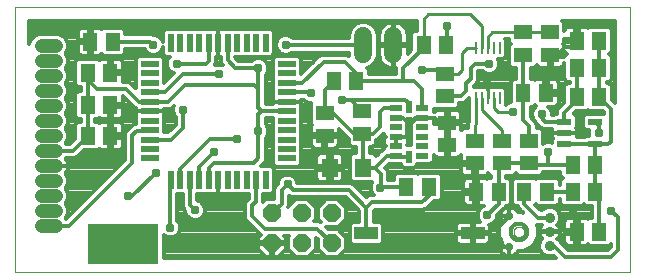
<source format=gtl>
G75*
%MOIN*%
%OFA0B0*%
%FSLAX25Y25*%
%IPPOS*%
%LPD*%
%AMOC8*
5,1,8,0,0,1.08239X$1,22.5*
%
%ADD10C,0.00000*%
%ADD11R,0.23622X0.13780*%
%ADD12R,0.05118X0.05906*%
%ADD13R,0.05906X0.05118*%
%ADD14R,0.05512X0.06299*%
%ADD15R,0.01969X0.05906*%
%ADD16R,0.05906X0.01969*%
%ADD17OC8,0.06000*%
%ADD18R,0.04424X0.01969*%
%ADD19R,0.01969X0.04424*%
%ADD20C,0.04756*%
%ADD21C,0.06000*%
%ADD22R,0.07900X0.04300*%
%ADD23C,0.01181*%
%ADD24C,0.02756*%
%ADD25C,0.03543*%
%ADD26R,0.04724X0.02165*%
%ADD27R,0.00984X0.03937*%
%ADD28C,0.01400*%
%ADD29C,0.02800*%
%ADD30C,0.03100*%
%ADD31C,0.02900*%
%ADD32C,0.01000*%
%ADD33C,0.01200*%
D10*
X0014943Y0005516D02*
X0014943Y0094099D01*
X0219667Y0094099D01*
X0219667Y0005516D01*
X0014943Y0005516D01*
X0181008Y0019022D02*
X0181010Y0019106D01*
X0181016Y0019189D01*
X0181026Y0019272D01*
X0181040Y0019355D01*
X0181057Y0019437D01*
X0181079Y0019518D01*
X0181104Y0019597D01*
X0181133Y0019676D01*
X0181166Y0019753D01*
X0181202Y0019828D01*
X0181242Y0019902D01*
X0181285Y0019974D01*
X0181332Y0020043D01*
X0181382Y0020110D01*
X0181435Y0020175D01*
X0181491Y0020237D01*
X0181549Y0020297D01*
X0181611Y0020354D01*
X0181675Y0020407D01*
X0181742Y0020458D01*
X0181811Y0020505D01*
X0181882Y0020550D01*
X0181955Y0020590D01*
X0182030Y0020627D01*
X0182107Y0020661D01*
X0182185Y0020691D01*
X0182264Y0020717D01*
X0182345Y0020740D01*
X0182427Y0020758D01*
X0182509Y0020773D01*
X0182592Y0020784D01*
X0182675Y0020791D01*
X0182759Y0020794D01*
X0182843Y0020793D01*
X0182926Y0020788D01*
X0183010Y0020779D01*
X0183092Y0020766D01*
X0183174Y0020750D01*
X0183255Y0020729D01*
X0183336Y0020705D01*
X0183414Y0020677D01*
X0183492Y0020645D01*
X0183568Y0020609D01*
X0183642Y0020570D01*
X0183714Y0020528D01*
X0183784Y0020482D01*
X0183852Y0020433D01*
X0183917Y0020381D01*
X0183980Y0020326D01*
X0184040Y0020268D01*
X0184098Y0020207D01*
X0184152Y0020143D01*
X0184204Y0020077D01*
X0184252Y0020009D01*
X0184297Y0019938D01*
X0184338Y0019865D01*
X0184377Y0019791D01*
X0184411Y0019715D01*
X0184442Y0019637D01*
X0184469Y0019558D01*
X0184493Y0019477D01*
X0184512Y0019396D01*
X0184528Y0019314D01*
X0184540Y0019231D01*
X0184548Y0019147D01*
X0184552Y0019064D01*
X0184552Y0018980D01*
X0184548Y0018897D01*
X0184540Y0018813D01*
X0184528Y0018730D01*
X0184512Y0018648D01*
X0184493Y0018567D01*
X0184469Y0018486D01*
X0184442Y0018407D01*
X0184411Y0018329D01*
X0184377Y0018253D01*
X0184338Y0018179D01*
X0184297Y0018106D01*
X0184252Y0018035D01*
X0184204Y0017967D01*
X0184152Y0017901D01*
X0184098Y0017837D01*
X0184040Y0017776D01*
X0183980Y0017718D01*
X0183917Y0017663D01*
X0183852Y0017611D01*
X0183784Y0017562D01*
X0183714Y0017516D01*
X0183642Y0017474D01*
X0183568Y0017435D01*
X0183492Y0017399D01*
X0183414Y0017367D01*
X0183336Y0017339D01*
X0183255Y0017315D01*
X0183174Y0017294D01*
X0183092Y0017278D01*
X0183010Y0017265D01*
X0182926Y0017256D01*
X0182843Y0017251D01*
X0182759Y0017250D01*
X0182675Y0017253D01*
X0182592Y0017260D01*
X0182509Y0017271D01*
X0182427Y0017286D01*
X0182345Y0017304D01*
X0182264Y0017327D01*
X0182185Y0017353D01*
X0182107Y0017383D01*
X0182030Y0017417D01*
X0181955Y0017454D01*
X0181882Y0017494D01*
X0181811Y0017539D01*
X0181742Y0017586D01*
X0181675Y0017637D01*
X0181611Y0017690D01*
X0181549Y0017747D01*
X0181491Y0017807D01*
X0181435Y0017869D01*
X0181382Y0017934D01*
X0181332Y0018001D01*
X0181285Y0018070D01*
X0181242Y0018142D01*
X0181202Y0018216D01*
X0181166Y0018291D01*
X0181133Y0018368D01*
X0181104Y0018447D01*
X0181079Y0018526D01*
X0181057Y0018607D01*
X0181040Y0018689D01*
X0181026Y0018772D01*
X0181016Y0018855D01*
X0181010Y0018938D01*
X0181008Y0019022D01*
D11*
X0050866Y0015027D03*
D12*
X0046602Y0050968D03*
X0039122Y0050968D03*
X0039114Y0061187D03*
X0046594Y0061187D03*
X0046594Y0072111D03*
X0039114Y0072111D03*
X0039915Y0082430D03*
X0047396Y0082430D03*
X0121104Y0069306D03*
X0128585Y0069306D03*
X0151040Y0081322D03*
X0158520Y0081322D03*
X0184312Y0065350D03*
X0191792Y0065350D03*
X0202140Y0063822D03*
X0209620Y0063822D03*
X0209620Y0073622D03*
X0202140Y0073622D03*
X0202140Y0082722D03*
X0209620Y0082722D03*
X0208220Y0041422D03*
X0200740Y0041422D03*
X0200740Y0032322D03*
X0208220Y0032322D03*
X0192120Y0032322D03*
X0184640Y0032322D03*
X0176020Y0032322D03*
X0168540Y0032322D03*
X0152741Y0034040D03*
X0145261Y0034040D03*
X0202140Y0019022D03*
X0209620Y0019022D03*
D13*
X0186280Y0041882D03*
X0177180Y0041882D03*
X0168080Y0041882D03*
X0158971Y0047955D03*
X0168080Y0049362D03*
X0177180Y0049362D03*
X0186280Y0049362D03*
X0158971Y0055436D03*
X0158280Y0064282D03*
X0158280Y0071762D03*
X0184234Y0078046D03*
X0193256Y0078034D03*
X0193256Y0085515D03*
X0184234Y0085527D03*
X0130649Y0059196D03*
X0118039Y0058533D03*
X0130649Y0051715D03*
X0118039Y0051052D03*
D14*
X0119770Y0040399D03*
X0130793Y0040399D03*
D15*
X0098330Y0036393D03*
X0095180Y0036393D03*
X0092031Y0036393D03*
X0088881Y0036393D03*
X0085732Y0036393D03*
X0082582Y0036393D03*
X0079432Y0036393D03*
X0076283Y0036393D03*
X0073133Y0036393D03*
X0069984Y0036393D03*
X0066834Y0036393D03*
X0066834Y0082062D03*
X0069984Y0082062D03*
X0073133Y0082062D03*
X0076283Y0082062D03*
X0079432Y0082062D03*
X0082582Y0082062D03*
X0085732Y0082062D03*
X0088881Y0082062D03*
X0092031Y0082062D03*
X0095180Y0082062D03*
X0098330Y0082062D03*
D16*
X0105417Y0074976D03*
X0105417Y0071826D03*
X0105417Y0068677D03*
X0105417Y0065527D03*
X0105417Y0062377D03*
X0105417Y0059228D03*
X0105417Y0056078D03*
X0105417Y0052929D03*
X0105417Y0049779D03*
X0105417Y0046629D03*
X0105417Y0043480D03*
X0059747Y0043480D03*
X0059747Y0046629D03*
X0059747Y0049779D03*
X0059747Y0052929D03*
X0059747Y0056078D03*
X0059747Y0059228D03*
X0059747Y0062377D03*
X0059747Y0065527D03*
X0059747Y0068677D03*
X0059747Y0071826D03*
X0059747Y0074976D03*
D17*
X0100406Y0025167D03*
X0110406Y0025167D03*
X0120406Y0025167D03*
X0120406Y0015167D03*
X0110406Y0015167D03*
X0100406Y0015167D03*
D18*
X0141660Y0044447D03*
X0141660Y0047596D03*
X0141660Y0050746D03*
X0141660Y0053895D03*
X0141660Y0057045D03*
X0141660Y0060195D03*
X0150621Y0060195D03*
X0150621Y0057045D03*
X0150621Y0053895D03*
X0150621Y0050746D03*
X0150621Y0047596D03*
X0150591Y0044447D03*
D19*
X0146140Y0044053D03*
X0146140Y0060588D03*
D20*
X0028471Y0060957D02*
X0023715Y0060957D01*
X0023715Y0055957D02*
X0028471Y0055957D01*
X0028471Y0050957D02*
X0023715Y0050957D01*
X0023715Y0045957D02*
X0028471Y0045957D01*
X0028471Y0040957D02*
X0023715Y0040957D01*
X0023715Y0035957D02*
X0028471Y0035957D01*
X0028471Y0030957D02*
X0023715Y0030957D01*
X0023715Y0025957D02*
X0028471Y0025957D01*
X0028471Y0020957D02*
X0023715Y0020957D01*
X0023715Y0065957D02*
X0028471Y0065957D01*
X0028471Y0070957D02*
X0023715Y0070957D01*
X0023715Y0075957D02*
X0028471Y0075957D01*
X0028471Y0080957D02*
X0023715Y0080957D01*
D21*
X0130979Y0078177D02*
X0130979Y0084177D01*
X0140979Y0084177D02*
X0140979Y0078177D01*
D22*
X0131988Y0018551D03*
X0167388Y0018551D03*
D23*
X0180024Y0019022D02*
X0180026Y0019127D01*
X0180032Y0019232D01*
X0180042Y0019336D01*
X0180056Y0019440D01*
X0180074Y0019544D01*
X0180096Y0019646D01*
X0180121Y0019748D01*
X0180151Y0019849D01*
X0180184Y0019948D01*
X0180221Y0020046D01*
X0180262Y0020143D01*
X0180307Y0020238D01*
X0180355Y0020331D01*
X0180406Y0020423D01*
X0180462Y0020512D01*
X0180520Y0020599D01*
X0180582Y0020684D01*
X0180646Y0020767D01*
X0180714Y0020847D01*
X0180785Y0020924D01*
X0180859Y0020998D01*
X0180936Y0021070D01*
X0181015Y0021139D01*
X0181097Y0021204D01*
X0181181Y0021267D01*
X0181268Y0021326D01*
X0181357Y0021382D01*
X0181448Y0021435D01*
X0181541Y0021484D01*
X0181635Y0021529D01*
X0181731Y0021571D01*
X0181829Y0021609D01*
X0181928Y0021643D01*
X0182029Y0021674D01*
X0182130Y0021700D01*
X0182233Y0021723D01*
X0182336Y0021742D01*
X0182440Y0021757D01*
X0182544Y0021768D01*
X0182649Y0021775D01*
X0182754Y0021778D01*
X0182859Y0021777D01*
X0182964Y0021772D01*
X0183068Y0021763D01*
X0183172Y0021750D01*
X0183276Y0021733D01*
X0183379Y0021712D01*
X0183481Y0021687D01*
X0183582Y0021659D01*
X0183681Y0021626D01*
X0183780Y0021590D01*
X0183877Y0021550D01*
X0183972Y0021507D01*
X0184066Y0021459D01*
X0184158Y0021409D01*
X0184248Y0021355D01*
X0184336Y0021297D01*
X0184421Y0021236D01*
X0184504Y0021172D01*
X0184585Y0021105D01*
X0184663Y0021035D01*
X0184738Y0020961D01*
X0184810Y0020886D01*
X0184880Y0020807D01*
X0184946Y0020726D01*
X0185010Y0020642D01*
X0185070Y0020556D01*
X0185126Y0020468D01*
X0185180Y0020377D01*
X0185230Y0020285D01*
X0185276Y0020191D01*
X0185319Y0020095D01*
X0185358Y0019997D01*
X0185393Y0019899D01*
X0185424Y0019798D01*
X0185452Y0019697D01*
X0185476Y0019595D01*
X0185496Y0019492D01*
X0185512Y0019388D01*
X0185524Y0019284D01*
X0185532Y0019179D01*
X0185536Y0019074D01*
X0185536Y0018970D01*
X0185532Y0018865D01*
X0185524Y0018760D01*
X0185512Y0018656D01*
X0185496Y0018552D01*
X0185476Y0018449D01*
X0185452Y0018347D01*
X0185424Y0018246D01*
X0185393Y0018145D01*
X0185358Y0018047D01*
X0185319Y0017949D01*
X0185276Y0017853D01*
X0185230Y0017759D01*
X0185180Y0017667D01*
X0185126Y0017576D01*
X0185070Y0017488D01*
X0185010Y0017402D01*
X0184946Y0017318D01*
X0184880Y0017237D01*
X0184810Y0017158D01*
X0184738Y0017083D01*
X0184663Y0017009D01*
X0184585Y0016939D01*
X0184504Y0016872D01*
X0184421Y0016808D01*
X0184336Y0016747D01*
X0184248Y0016689D01*
X0184158Y0016635D01*
X0184066Y0016585D01*
X0183972Y0016537D01*
X0183877Y0016494D01*
X0183780Y0016454D01*
X0183681Y0016418D01*
X0183582Y0016385D01*
X0183481Y0016357D01*
X0183379Y0016332D01*
X0183276Y0016311D01*
X0183172Y0016294D01*
X0183068Y0016281D01*
X0182964Y0016272D01*
X0182859Y0016267D01*
X0182754Y0016266D01*
X0182649Y0016269D01*
X0182544Y0016276D01*
X0182440Y0016287D01*
X0182336Y0016302D01*
X0182233Y0016321D01*
X0182130Y0016344D01*
X0182029Y0016370D01*
X0181928Y0016401D01*
X0181829Y0016435D01*
X0181731Y0016473D01*
X0181635Y0016515D01*
X0181541Y0016560D01*
X0181448Y0016609D01*
X0181357Y0016662D01*
X0181268Y0016718D01*
X0181181Y0016777D01*
X0181097Y0016840D01*
X0181015Y0016905D01*
X0180936Y0016974D01*
X0180859Y0017046D01*
X0180785Y0017120D01*
X0180714Y0017197D01*
X0180646Y0017277D01*
X0180582Y0017360D01*
X0180520Y0017445D01*
X0180462Y0017532D01*
X0180406Y0017621D01*
X0180355Y0017713D01*
X0180307Y0017806D01*
X0180262Y0017901D01*
X0180221Y0017998D01*
X0180184Y0018096D01*
X0180151Y0018195D01*
X0180121Y0018296D01*
X0180096Y0018398D01*
X0180074Y0018500D01*
X0180056Y0018604D01*
X0180042Y0018708D01*
X0180032Y0018812D01*
X0180026Y0018917D01*
X0180024Y0019022D01*
D24*
X0179630Y0024140D03*
X0179630Y0013904D03*
D25*
X0193095Y0014297D03*
X0193095Y0019022D03*
X0193095Y0023746D03*
D26*
X0197962Y0048182D03*
X0197962Y0051922D03*
X0197962Y0055662D03*
X0208199Y0055662D03*
X0208199Y0048182D03*
D27*
X0176383Y0063543D03*
X0174415Y0063543D03*
X0172446Y0063543D03*
X0170478Y0063543D03*
X0168509Y0063543D03*
X0168509Y0080181D03*
X0170478Y0080181D03*
X0172446Y0080181D03*
X0174415Y0080181D03*
X0176383Y0080181D03*
D28*
X0178575Y0079637D02*
X0179581Y0079637D01*
X0179581Y0078239D02*
X0178575Y0078239D01*
X0178575Y0077509D02*
X0178575Y0082854D01*
X0178113Y0083316D01*
X0179581Y0083316D01*
X0179581Y0082263D01*
X0180058Y0081786D01*
X0179581Y0081309D01*
X0179581Y0074783D01*
X0180577Y0073787D01*
X0181912Y0073787D01*
X0181912Y0070003D01*
X0181048Y0070003D01*
X0180052Y0069007D01*
X0180052Y0062172D01*
X0180034Y0062172D01*
X0178839Y0061677D01*
X0178575Y0061413D01*
X0178575Y0066215D01*
X0177579Y0067211D01*
X0173218Y0067211D01*
X0173206Y0067199D01*
X0173162Y0067211D01*
X0172446Y0067211D01*
X0171730Y0067211D01*
X0171686Y0067199D01*
X0171674Y0067211D01*
X0167680Y0067211D01*
X0167680Y0067728D01*
X0168040Y0068087D01*
X0168715Y0068762D01*
X0169080Y0069644D01*
X0169080Y0072622D01*
X0170784Y0072622D01*
X0171139Y0072267D01*
X0172334Y0071772D01*
X0173626Y0071772D01*
X0174821Y0072267D01*
X0175735Y0073181D01*
X0176230Y0074375D01*
X0176230Y0075668D01*
X0175880Y0076513D01*
X0177579Y0076513D01*
X0178575Y0077509D01*
X0177907Y0076840D02*
X0179581Y0076840D01*
X0179581Y0075442D02*
X0176230Y0075442D01*
X0176092Y0074043D02*
X0180320Y0074043D01*
X0181912Y0072645D02*
X0175199Y0072645D01*
X0172980Y0075022D02*
X0168080Y0075022D01*
X0166680Y0073622D01*
X0166680Y0070122D01*
X0165280Y0068722D01*
X0165280Y0065922D01*
X0163640Y0064282D01*
X0158280Y0064282D01*
X0162933Y0061882D02*
X0164117Y0061882D01*
X0164999Y0062247D01*
X0166309Y0063557D01*
X0166309Y0055794D01*
X0165943Y0055428D01*
X0165943Y0053621D01*
X0164423Y0053621D01*
X0163623Y0052821D01*
X0163623Y0054856D01*
X0159550Y0054856D01*
X0159550Y0048535D01*
X0158391Y0048535D01*
X0158391Y0052214D01*
X0158391Y0054856D01*
X0154533Y0054856D01*
X0154533Y0055584D01*
X0154480Y0055637D01*
X0154533Y0055837D01*
X0154533Y0056015D01*
X0158391Y0056015D01*
X0158391Y0054856D01*
X0159550Y0054856D01*
X0159550Y0056015D01*
X0158391Y0056015D01*
X0158391Y0059695D01*
X0155794Y0059695D01*
X0155362Y0059579D01*
X0154974Y0059355D01*
X0154657Y0059038D01*
X0154533Y0058823D01*
X0154533Y0060112D01*
X0154623Y0060023D01*
X0161937Y0060023D01*
X0162933Y0061018D01*
X0162933Y0061882D01*
X0162933Y0061457D02*
X0166309Y0061457D01*
X0166309Y0062855D02*
X0165608Y0062855D01*
X0166309Y0060058D02*
X0161973Y0060058D01*
X0162147Y0059695D02*
X0159550Y0059695D01*
X0159550Y0056015D01*
X0163623Y0056015D01*
X0163623Y0058218D01*
X0163507Y0058651D01*
X0163284Y0059038D01*
X0162967Y0059355D01*
X0162580Y0059579D01*
X0162147Y0059695D01*
X0163502Y0058660D02*
X0166309Y0058660D01*
X0166309Y0057261D02*
X0163623Y0057261D01*
X0166309Y0055863D02*
X0159550Y0055863D01*
X0158971Y0055436D02*
X0156166Y0055436D01*
X0154780Y0056822D01*
X0150844Y0056822D01*
X0150621Y0057045D01*
X0148198Y0057045D01*
X0150621Y0057045D01*
X0150621Y0057045D01*
X0148703Y0057045D01*
X0146380Y0054722D01*
X0146380Y0051922D01*
X0145204Y0050746D01*
X0141660Y0050746D01*
X0141660Y0047596D01*
X0138561Y0047596D02*
X0137748Y0047596D01*
X0137748Y0046565D01*
X0137545Y0046481D01*
X0136870Y0045806D01*
X0135249Y0044185D01*
X0135249Y0044253D01*
X0134253Y0045249D01*
X0133193Y0045249D01*
X0133193Y0047456D01*
X0134306Y0047456D01*
X0135302Y0048452D01*
X0135302Y0049544D01*
X0135633Y0049681D01*
X0137748Y0051795D01*
X0137748Y0050746D01*
X0138562Y0050746D01*
X0138561Y0050746D01*
X0137748Y0050746D01*
X0137748Y0049538D01*
X0137840Y0049191D01*
X0137840Y0049151D01*
X0137748Y0048804D01*
X0137748Y0047596D01*
X0138561Y0047596D01*
X0138561Y0047596D01*
X0137748Y0047472D02*
X0134321Y0047472D01*
X0135302Y0048870D02*
X0137765Y0048870D01*
X0137748Y0050269D02*
X0136221Y0050269D01*
X0137619Y0051667D02*
X0137748Y0051667D01*
X0136580Y0054022D02*
X0134274Y0051715D01*
X0131474Y0051715D01*
X0130793Y0051571D02*
X0130649Y0051715D01*
X0130443Y0051922D01*
X0127480Y0051922D01*
X0120869Y0058533D01*
X0118039Y0058533D01*
X0118039Y0066241D01*
X0121104Y0069306D01*
X0124680Y0075722D02*
X0128585Y0071817D01*
X0128585Y0069306D01*
X0143580Y0069306D01*
X0144280Y0070006D01*
X0144280Y0073622D01*
X0151040Y0080382D01*
X0151040Y0081322D01*
X0146781Y0081036D02*
X0141279Y0081036D01*
X0141279Y0080877D02*
X0141279Y0081477D01*
X0140679Y0081477D01*
X0140679Y0080877D01*
X0136279Y0080877D01*
X0136279Y0077807D01*
X0136395Y0077076D01*
X0136624Y0076373D01*
X0136959Y0075714D01*
X0137394Y0075115D01*
X0137917Y0074592D01*
X0138516Y0074157D01*
X0139175Y0073821D01*
X0139879Y0073593D01*
X0140609Y0073477D01*
X0140679Y0073477D01*
X0140679Y0080877D01*
X0141279Y0080877D01*
X0141279Y0073477D01*
X0141349Y0073477D01*
X0141880Y0073561D01*
X0141880Y0071706D01*
X0132844Y0071706D01*
X0132844Y0072963D01*
X0132208Y0073599D01*
X0133642Y0074192D01*
X0134964Y0075515D01*
X0135679Y0077242D01*
X0135679Y0085112D01*
X0134964Y0086839D01*
X0133642Y0088161D01*
X0131914Y0088877D01*
X0130044Y0088877D01*
X0128317Y0088161D01*
X0126995Y0086839D01*
X0126279Y0085112D01*
X0126279Y0083577D01*
X0107421Y0083577D01*
X0106921Y0084077D01*
X0105726Y0084572D01*
X0104434Y0084572D01*
X0103239Y0084077D01*
X0102325Y0083163D01*
X0101830Y0081968D01*
X0101830Y0080675D01*
X0102325Y0079481D01*
X0103239Y0078567D01*
X0104434Y0078072D01*
X0105726Y0078072D01*
X0106921Y0078567D01*
X0107131Y0078777D01*
X0126279Y0078777D01*
X0126279Y0077517D01*
X0126040Y0077756D01*
X0125157Y0078122D01*
X0117203Y0078122D01*
X0116321Y0077756D01*
X0115645Y0077081D01*
X0110069Y0071505D01*
X0110069Y0076664D01*
X0109074Y0077660D01*
X0101760Y0077660D01*
X0100764Y0076664D01*
X0100764Y0063839D01*
X0100817Y0063785D01*
X0100764Y0063585D01*
X0100764Y0062377D01*
X0100764Y0061628D01*
X0098380Y0061628D01*
X0098380Y0071426D01*
X0098735Y0071781D01*
X0099230Y0072975D01*
X0099230Y0074268D01*
X0098735Y0075463D01*
X0097821Y0076377D01*
X0096626Y0076872D01*
X0095334Y0076872D01*
X0094139Y0076377D01*
X0093784Y0076022D01*
X0089274Y0076022D01*
X0088132Y0077164D01*
X0088132Y0077410D01*
X0100018Y0077410D01*
X0101014Y0078405D01*
X0101014Y0085719D01*
X0100018Y0086715D01*
X0084043Y0086715D01*
X0083990Y0086662D01*
X0083790Y0086715D01*
X0082582Y0086715D01*
X0081374Y0086715D01*
X0081174Y0086662D01*
X0081121Y0086715D01*
X0065146Y0086715D01*
X0064150Y0085719D01*
X0064150Y0082162D01*
X0063735Y0083163D01*
X0062821Y0084077D01*
X0061626Y0084572D01*
X0060973Y0084572D01*
X0060349Y0084830D01*
X0051655Y0084830D01*
X0051655Y0086087D01*
X0050659Y0087083D01*
X0044133Y0087083D01*
X0043656Y0086606D01*
X0043518Y0086743D01*
X0043131Y0086967D01*
X0042698Y0087083D01*
X0040495Y0087083D01*
X0040495Y0083010D01*
X0039336Y0083010D01*
X0039336Y0087083D01*
X0037133Y0087083D01*
X0036700Y0086967D01*
X0036313Y0086743D01*
X0035996Y0086427D01*
X0035772Y0086039D01*
X0035656Y0085607D01*
X0035656Y0083010D01*
X0039336Y0083010D01*
X0039336Y0081851D01*
X0035656Y0081851D01*
X0035656Y0079253D01*
X0035772Y0078821D01*
X0035996Y0078433D01*
X0036313Y0078117D01*
X0036700Y0077893D01*
X0037133Y0077777D01*
X0039336Y0077777D01*
X0039336Y0081850D01*
X0040495Y0081850D01*
X0040495Y0077777D01*
X0042698Y0077777D01*
X0043131Y0077893D01*
X0043518Y0078117D01*
X0043656Y0078254D01*
X0044133Y0077777D01*
X0050659Y0077777D01*
X0051655Y0078773D01*
X0051655Y0080030D01*
X0057997Y0080030D01*
X0058225Y0079481D01*
X0059139Y0078567D01*
X0060334Y0078072D01*
X0061626Y0078072D01*
X0062821Y0078567D01*
X0063735Y0079481D01*
X0064150Y0080482D01*
X0064150Y0078405D01*
X0065146Y0077410D01*
X0066472Y0077410D01*
X0065925Y0076863D01*
X0065430Y0075668D01*
X0065430Y0074375D01*
X0065925Y0073181D01*
X0066839Y0072267D01*
X0067752Y0071888D01*
X0064400Y0068536D01*
X0064400Y0076664D01*
X0063404Y0077660D01*
X0056090Y0077660D01*
X0055095Y0076664D01*
X0055095Y0066801D01*
X0053915Y0067981D01*
X0053240Y0068656D01*
X0052357Y0069022D01*
X0050853Y0069022D01*
X0050853Y0071532D01*
X0047174Y0071532D01*
X0047174Y0072691D01*
X0050853Y0072691D01*
X0050853Y0075288D01*
X0050737Y0075720D01*
X0050513Y0076108D01*
X0050197Y0076424D01*
X0049809Y0076648D01*
X0049377Y0076764D01*
X0047173Y0076764D01*
X0047173Y0072691D01*
X0046014Y0072691D01*
X0046014Y0076764D01*
X0043811Y0076764D01*
X0043379Y0076648D01*
X0042991Y0076424D01*
X0042854Y0076287D01*
X0042377Y0076764D01*
X0035850Y0076764D01*
X0034855Y0075768D01*
X0034855Y0068454D01*
X0035850Y0067459D01*
X0036714Y0067459D01*
X0036714Y0065840D01*
X0035850Y0065840D01*
X0034855Y0064844D01*
X0034855Y0057530D01*
X0035850Y0056534D01*
X0036722Y0056534D01*
X0036722Y0055621D01*
X0035859Y0055621D01*
X0034863Y0054625D01*
X0034863Y0050103D01*
X0033117Y0048357D01*
X0031838Y0048357D01*
X0031738Y0048457D01*
X0031928Y0048647D01*
X0032549Y0050146D01*
X0032549Y0051768D01*
X0031928Y0053267D01*
X0031738Y0053457D01*
X0031928Y0053647D01*
X0032549Y0055146D01*
X0032549Y0056768D01*
X0031928Y0058267D01*
X0031738Y0058457D01*
X0031928Y0058647D01*
X0032549Y0060146D01*
X0032549Y0061768D01*
X0031928Y0063267D01*
X0031738Y0063457D01*
X0031928Y0063647D01*
X0032549Y0065146D01*
X0032549Y0066768D01*
X0031928Y0068267D01*
X0031738Y0068457D01*
X0031928Y0068647D01*
X0032549Y0070146D01*
X0032549Y0071768D01*
X0031928Y0073267D01*
X0031738Y0073457D01*
X0031928Y0073647D01*
X0032549Y0075146D01*
X0032549Y0076768D01*
X0031928Y0078267D01*
X0031738Y0078457D01*
X0031928Y0078647D01*
X0032549Y0080146D01*
X0032549Y0081768D01*
X0031928Y0083267D01*
X0030781Y0084414D01*
X0029282Y0085035D01*
X0022904Y0085035D01*
X0021405Y0084414D01*
X0020258Y0083267D01*
X0019643Y0081784D01*
X0019643Y0089399D01*
X0148843Y0089399D01*
X0148843Y0085975D01*
X0147777Y0085975D01*
X0146781Y0084979D01*
X0146781Y0079517D01*
X0145679Y0078415D01*
X0145679Y0080877D01*
X0141279Y0080877D01*
X0141279Y0081477D02*
X0145679Y0081477D01*
X0145679Y0084547D01*
X0145563Y0085277D01*
X0145335Y0085981D01*
X0144999Y0086640D01*
X0144564Y0087239D01*
X0144041Y0087762D01*
X0143443Y0088197D01*
X0142783Y0088533D01*
X0142080Y0088761D01*
X0141349Y0088877D01*
X0141279Y0088877D01*
X0141279Y0081477D01*
X0140679Y0081477D02*
X0140679Y0088877D01*
X0140609Y0088877D01*
X0139879Y0088761D01*
X0139175Y0088533D01*
X0138516Y0088197D01*
X0137917Y0087762D01*
X0137394Y0087239D01*
X0136959Y0086640D01*
X0136624Y0085981D01*
X0136395Y0085277D01*
X0136279Y0084547D01*
X0136279Y0081477D01*
X0140679Y0081477D01*
X0140679Y0081036D02*
X0135679Y0081036D01*
X0135679Y0079637D02*
X0136279Y0079637D01*
X0136279Y0078239D02*
X0135679Y0078239D01*
X0135513Y0076840D02*
X0136472Y0076840D01*
X0140679Y0076840D02*
X0141279Y0076840D01*
X0141279Y0078239D02*
X0140679Y0078239D01*
X0140679Y0079637D02*
X0141279Y0079637D01*
X0145679Y0079637D02*
X0146781Y0079637D01*
X0146781Y0082434D02*
X0145679Y0082434D01*
X0145679Y0083833D02*
X0146781Y0083833D01*
X0147034Y0085231D02*
X0145571Y0085231D01*
X0145004Y0086630D02*
X0148843Y0086630D01*
X0148843Y0088028D02*
X0143674Y0088028D01*
X0141279Y0088028D02*
X0140679Y0088028D01*
X0140679Y0086630D02*
X0141279Y0086630D01*
X0141279Y0085231D02*
X0140679Y0085231D01*
X0140679Y0083833D02*
X0141279Y0083833D01*
X0141279Y0082434D02*
X0140679Y0082434D01*
X0136279Y0082434D02*
X0135679Y0082434D01*
X0135679Y0083833D02*
X0136279Y0083833D01*
X0136388Y0085231D02*
X0135630Y0085231D01*
X0135050Y0086630D02*
X0136954Y0086630D01*
X0138284Y0088028D02*
X0133774Y0088028D01*
X0128184Y0088028D02*
X0019643Y0088028D01*
X0019643Y0086630D02*
X0036199Y0086630D01*
X0039336Y0086630D02*
X0040495Y0086630D01*
X0043632Y0086630D02*
X0043680Y0086630D01*
X0040495Y0085231D02*
X0039336Y0085231D01*
X0039336Y0083833D02*
X0040495Y0083833D01*
X0039336Y0082434D02*
X0032273Y0082434D01*
X0031362Y0083833D02*
X0035656Y0083833D01*
X0035656Y0085231D02*
X0019643Y0085231D01*
X0019643Y0083833D02*
X0020823Y0083833D01*
X0019913Y0082434D02*
X0019643Y0082434D01*
X0032549Y0081036D02*
X0035656Y0081036D01*
X0035656Y0079637D02*
X0032338Y0079637D01*
X0031939Y0078239D02*
X0036191Y0078239D01*
X0039336Y0078239D02*
X0040495Y0078239D01*
X0040495Y0079637D02*
X0039336Y0079637D01*
X0039336Y0081036D02*
X0040495Y0081036D01*
X0043640Y0078239D02*
X0043671Y0078239D01*
X0046014Y0075442D02*
X0047173Y0075442D01*
X0047173Y0074043D02*
X0046014Y0074043D01*
X0047174Y0072645D02*
X0055095Y0072645D01*
X0055095Y0074043D02*
X0050853Y0074043D01*
X0050812Y0075442D02*
X0055095Y0075442D01*
X0055271Y0076840D02*
X0032519Y0076840D01*
X0032549Y0075442D02*
X0034855Y0075442D01*
X0034855Y0074043D02*
X0032092Y0074043D01*
X0032185Y0072645D02*
X0034855Y0072645D01*
X0034855Y0071246D02*
X0032549Y0071246D01*
X0032425Y0069848D02*
X0034855Y0069848D01*
X0034860Y0068449D02*
X0031746Y0068449D01*
X0032432Y0067051D02*
X0036714Y0067051D01*
X0035663Y0065652D02*
X0032549Y0065652D01*
X0032179Y0064254D02*
X0034855Y0064254D01*
X0034855Y0062855D02*
X0032098Y0062855D01*
X0032549Y0061457D02*
X0034855Y0061457D01*
X0034855Y0060058D02*
X0032512Y0060058D01*
X0031933Y0058660D02*
X0034855Y0058660D01*
X0035124Y0057261D02*
X0032344Y0057261D01*
X0032549Y0055863D02*
X0036722Y0055863D01*
X0034863Y0054464D02*
X0032266Y0054464D01*
X0032011Y0053066D02*
X0034863Y0053066D01*
X0034863Y0051667D02*
X0032549Y0051667D01*
X0032549Y0050269D02*
X0034863Y0050269D01*
X0033630Y0048870D02*
X0032020Y0048870D01*
X0035471Y0043923D02*
X0037863Y0046315D01*
X0042385Y0046315D01*
X0042862Y0046792D01*
X0042999Y0046655D01*
X0043387Y0046431D01*
X0043819Y0046315D01*
X0046023Y0046315D01*
X0046023Y0050388D01*
X0047182Y0050388D01*
X0047182Y0046315D01*
X0049385Y0046315D01*
X0049817Y0046431D01*
X0050205Y0046655D01*
X0050522Y0046971D01*
X0050745Y0047359D01*
X0050861Y0047791D01*
X0050861Y0050389D01*
X0047182Y0050389D01*
X0047182Y0051548D01*
X0046023Y0051548D01*
X0046023Y0055621D01*
X0043819Y0055621D01*
X0043387Y0055505D01*
X0042999Y0055281D01*
X0042862Y0055144D01*
X0042385Y0055621D01*
X0041522Y0055621D01*
X0041522Y0056534D01*
X0042377Y0056534D01*
X0042854Y0057011D01*
X0042991Y0056874D01*
X0043379Y0056650D01*
X0043811Y0056534D01*
X0046014Y0056534D01*
X0046014Y0060608D01*
X0047173Y0060608D01*
X0047173Y0056534D01*
X0049377Y0056534D01*
X0049809Y0056650D01*
X0050197Y0056874D01*
X0050513Y0057191D01*
X0050737Y0057578D01*
X0050853Y0058011D01*
X0050853Y0060608D01*
X0047174Y0060608D01*
X0047174Y0061767D01*
X0050853Y0061767D01*
X0050853Y0064222D01*
X0050886Y0064222D01*
X0054765Y0060343D01*
X0055095Y0060206D01*
X0055095Y0059228D01*
X0059747Y0059228D01*
X0059747Y0059228D01*
X0055095Y0059228D01*
X0055095Y0058020D01*
X0055148Y0057820D01*
X0055095Y0057767D01*
X0055095Y0055022D01*
X0054903Y0055022D01*
X0054021Y0054656D01*
X0053345Y0053981D01*
X0051945Y0052581D01*
X0051580Y0051699D01*
X0051580Y0043116D01*
X0031829Y0023365D01*
X0031738Y0023457D01*
X0031928Y0023647D01*
X0032549Y0025146D01*
X0032549Y0026768D01*
X0031928Y0028267D01*
X0031738Y0028457D01*
X0031928Y0028647D01*
X0032549Y0030146D01*
X0032549Y0031768D01*
X0031928Y0033267D01*
X0031738Y0033457D01*
X0031928Y0033647D01*
X0032549Y0035146D01*
X0032549Y0036768D01*
X0031928Y0038267D01*
X0031713Y0038482D01*
X0031958Y0038820D01*
X0032250Y0039392D01*
X0032448Y0040002D01*
X0032549Y0040636D01*
X0032549Y0040957D01*
X0026093Y0040957D01*
X0026093Y0040957D01*
X0032549Y0040957D01*
X0032549Y0041278D01*
X0032448Y0041912D01*
X0032250Y0042523D01*
X0031958Y0043095D01*
X0031713Y0043432D01*
X0031838Y0043557D01*
X0034588Y0043557D01*
X0035471Y0043923D01*
X0036223Y0044675D02*
X0051580Y0044675D01*
X0051580Y0043276D02*
X0031826Y0043276D01*
X0032454Y0041878D02*
X0050342Y0041878D01*
X0048943Y0040479D02*
X0032524Y0040479D01*
X0032091Y0039081D02*
X0047545Y0039081D01*
X0046146Y0037682D02*
X0032170Y0037682D01*
X0032549Y0036284D02*
X0044748Y0036284D01*
X0043349Y0034885D02*
X0032440Y0034885D01*
X0031767Y0033486D02*
X0041951Y0033486D01*
X0040552Y0032088D02*
X0032416Y0032088D01*
X0032549Y0030689D02*
X0039154Y0030689D01*
X0037755Y0029291D02*
X0032194Y0029291D01*
X0032083Y0027892D02*
X0036357Y0027892D01*
X0034958Y0026494D02*
X0032549Y0026494D01*
X0032528Y0025095D02*
X0033560Y0025095D01*
X0032161Y0023697D02*
X0031948Y0023697D01*
X0032815Y0020957D02*
X0053980Y0042122D01*
X0053980Y0051222D01*
X0055380Y0052622D01*
X0059441Y0052622D01*
X0059747Y0052929D01*
X0064400Y0053066D02*
X0066848Y0053066D01*
X0065949Y0052166D02*
X0064400Y0052166D01*
X0064400Y0054617D01*
X0064400Y0057767D01*
X0064347Y0057820D01*
X0064400Y0058020D01*
X0064400Y0059228D01*
X0064400Y0060022D01*
X0066357Y0060022D01*
X0067240Y0060387D01*
X0067820Y0060967D01*
X0067530Y0060268D01*
X0067530Y0058975D01*
X0068025Y0057781D01*
X0068380Y0057426D01*
X0068380Y0054597D01*
X0065949Y0052166D01*
X0066943Y0049766D02*
X0059760Y0049766D01*
X0059747Y0049779D01*
X0059790Y0049822D01*
X0066943Y0049766D02*
X0070780Y0053603D01*
X0070780Y0059622D01*
X0067661Y0058660D02*
X0064400Y0058660D01*
X0064400Y0059228D02*
X0059747Y0059228D01*
X0064400Y0059228D01*
X0066445Y0060058D02*
X0067530Y0060058D01*
X0065880Y0062422D02*
X0059792Y0062422D01*
X0059747Y0062377D01*
X0056124Y0062377D01*
X0051880Y0066622D01*
X0042080Y0066622D01*
X0039114Y0069588D01*
X0039114Y0072111D01*
X0039114Y0061187D01*
X0039122Y0061179D01*
X0039122Y0050968D01*
X0034111Y0045957D01*
X0026093Y0045957D01*
X0037621Y0046073D02*
X0051580Y0046073D01*
X0051580Y0047472D02*
X0050776Y0047472D01*
X0050861Y0048870D02*
X0051580Y0048870D01*
X0051580Y0050269D02*
X0050861Y0050269D01*
X0047182Y0050269D02*
X0046023Y0050269D01*
X0046023Y0048870D02*
X0047182Y0048870D01*
X0047182Y0047472D02*
X0046023Y0047472D01*
X0046023Y0051667D02*
X0047182Y0051667D01*
X0047182Y0051548D02*
X0047182Y0055621D01*
X0049385Y0055621D01*
X0049817Y0055505D01*
X0050205Y0055281D01*
X0050522Y0054965D01*
X0050745Y0054577D01*
X0050861Y0054145D01*
X0050861Y0051548D01*
X0047182Y0051548D01*
X0047182Y0053066D02*
X0046023Y0053066D01*
X0046023Y0054464D02*
X0047182Y0054464D01*
X0050776Y0054464D02*
X0053828Y0054464D01*
X0052430Y0053066D02*
X0050861Y0053066D01*
X0050861Y0051667D02*
X0051580Y0051667D01*
X0055095Y0055863D02*
X0041522Y0055863D01*
X0046014Y0057261D02*
X0047173Y0057261D01*
X0047173Y0058660D02*
X0046014Y0058660D01*
X0046014Y0060058D02*
X0047173Y0060058D01*
X0050853Y0060058D02*
X0055095Y0060058D01*
X0055095Y0058660D02*
X0050853Y0058660D01*
X0050554Y0057261D02*
X0055095Y0057261D01*
X0059747Y0059228D02*
X0059747Y0059228D01*
X0064400Y0057261D02*
X0068380Y0057261D01*
X0068380Y0055863D02*
X0064400Y0055863D01*
X0064400Y0054464D02*
X0068247Y0054464D01*
X0079880Y0049822D02*
X0088980Y0049822D01*
X0095980Y0052622D02*
X0095980Y0043522D01*
X0094580Y0042122D01*
X0081280Y0042122D01*
X0079432Y0040274D01*
X0079432Y0036393D01*
X0076380Y0036490D02*
X0076283Y0036393D01*
X0076283Y0040625D01*
X0081280Y0045622D01*
X0079880Y0049822D02*
X0069984Y0039925D01*
X0069984Y0036393D01*
X0073133Y0036393D02*
X0073133Y0027969D01*
X0074880Y0026222D01*
X0071829Y0025095D02*
X0068980Y0025095D01*
X0068980Y0023697D02*
X0072809Y0023697D01*
X0073039Y0023467D02*
X0074234Y0022972D01*
X0075526Y0022972D01*
X0076721Y0023467D01*
X0077635Y0024381D01*
X0078130Y0025575D01*
X0078130Y0026868D01*
X0077635Y0028063D01*
X0076721Y0028977D01*
X0075533Y0029469D01*
X0075533Y0031740D01*
X0081121Y0031740D01*
X0081174Y0031794D01*
X0081374Y0031740D01*
X0082582Y0031740D01*
X0083790Y0031740D01*
X0083990Y0031794D01*
X0084043Y0031740D01*
X0092780Y0031740D01*
X0092780Y0030116D01*
X0091945Y0029281D01*
X0091580Y0028399D01*
X0091580Y0023744D01*
X0091945Y0022862D01*
X0092621Y0022187D01*
X0096700Y0018108D01*
X0095706Y0017113D01*
X0095706Y0015467D01*
X0100106Y0015467D01*
X0100106Y0014867D01*
X0095706Y0014867D01*
X0095706Y0013220D01*
X0098459Y0010467D01*
X0100106Y0010467D01*
X0100106Y0014867D01*
X0100706Y0014867D01*
X0100706Y0015467D01*
X0105106Y0015467D01*
X0105106Y0017113D01*
X0104498Y0017722D01*
X0106314Y0017722D01*
X0105706Y0017113D01*
X0105706Y0013220D01*
X0108459Y0010467D01*
X0112353Y0010467D01*
X0115106Y0013220D01*
X0115106Y0017073D01*
X0115706Y0016473D01*
X0115706Y0013220D01*
X0118459Y0010467D01*
X0122353Y0010467D01*
X0125106Y0013220D01*
X0125106Y0017113D01*
X0122353Y0019867D01*
X0119100Y0019867D01*
X0118500Y0020467D01*
X0122353Y0020467D01*
X0125106Y0023220D01*
X0125106Y0027113D01*
X0122353Y0029867D01*
X0118459Y0029867D01*
X0115706Y0027113D01*
X0115706Y0023220D01*
X0116741Y0022185D01*
X0115928Y0022522D01*
X0114408Y0022522D01*
X0115106Y0023220D01*
X0115106Y0027113D01*
X0112353Y0029867D01*
X0108459Y0029867D01*
X0105744Y0027151D01*
X0106080Y0027963D01*
X0106080Y0031028D01*
X0106121Y0030987D01*
X0107003Y0030622D01*
X0125086Y0030622D01*
X0129588Y0026120D01*
X0129588Y0022401D01*
X0127334Y0022401D01*
X0126338Y0021405D01*
X0126338Y0015697D01*
X0127334Y0014701D01*
X0136642Y0014701D01*
X0137638Y0015697D01*
X0137638Y0021405D01*
X0136642Y0022401D01*
X0134388Y0022401D01*
X0134388Y0026120D01*
X0134690Y0026422D01*
X0151057Y0026422D01*
X0151940Y0026787D01*
X0152615Y0027462D01*
X0154540Y0029388D01*
X0156004Y0029388D01*
X0157000Y0030384D01*
X0157000Y0037697D01*
X0156004Y0038693D01*
X0149478Y0038693D01*
X0149001Y0038216D01*
X0148524Y0038693D01*
X0141998Y0038693D01*
X0141002Y0037697D01*
X0141002Y0036440D01*
X0139299Y0036440D01*
X0139299Y0038835D01*
X0138933Y0039717D01*
X0138251Y0040399D01*
X0139615Y0041762D01*
X0141312Y0041762D01*
X0141576Y0041653D01*
X0143456Y0041653D01*
X0143456Y0041137D01*
X0144452Y0040141D01*
X0147829Y0040141D01*
X0148825Y0041137D01*
X0148825Y0041762D01*
X0153508Y0041762D01*
X0154503Y0042758D01*
X0154503Y0044619D01*
X0154657Y0044352D01*
X0154974Y0044036D01*
X0155362Y0043812D01*
X0155794Y0043696D01*
X0158391Y0043696D01*
X0158391Y0047376D01*
X0159550Y0047376D01*
X0159550Y0043696D01*
X0162147Y0043696D01*
X0162580Y0043812D01*
X0162967Y0044036D01*
X0163284Y0044352D01*
X0163427Y0044601D01*
X0163427Y0042461D01*
X0167500Y0042461D01*
X0167500Y0041302D01*
X0163427Y0041302D01*
X0163427Y0039099D01*
X0163543Y0038666D01*
X0163767Y0038279D01*
X0164083Y0037962D01*
X0164471Y0037738D01*
X0164903Y0037623D01*
X0167500Y0037623D01*
X0167500Y0041302D01*
X0168660Y0041302D01*
X0168660Y0037623D01*
X0171257Y0037623D01*
X0171689Y0037738D01*
X0172077Y0037962D01*
X0172393Y0038279D01*
X0172567Y0038579D01*
X0173523Y0037623D01*
X0173620Y0037623D01*
X0173620Y0036975D01*
X0172757Y0036975D01*
X0172280Y0036498D01*
X0172143Y0036635D01*
X0171755Y0036859D01*
X0171323Y0036975D01*
X0169119Y0036975D01*
X0169119Y0032901D01*
X0167960Y0032901D01*
X0167960Y0031742D01*
X0164281Y0031742D01*
X0164281Y0029145D01*
X0164397Y0028713D01*
X0164620Y0028325D01*
X0164937Y0028009D01*
X0165325Y0027785D01*
X0165757Y0027669D01*
X0167960Y0027669D01*
X0167960Y0031742D01*
X0169119Y0031742D01*
X0169119Y0027669D01*
X0171144Y0027669D01*
X0170439Y0027377D01*
X0169525Y0026463D01*
X0169030Y0025268D01*
X0169030Y0023975D01*
X0169525Y0022781D01*
X0169905Y0022401D01*
X0167763Y0022401D01*
X0167763Y0018926D01*
X0167013Y0018926D01*
X0167013Y0022401D01*
X0163214Y0022401D01*
X0162782Y0022285D01*
X0162394Y0022061D01*
X0162078Y0021745D01*
X0161854Y0021357D01*
X0161738Y0020925D01*
X0161738Y0018926D01*
X0167013Y0018926D01*
X0167013Y0018176D01*
X0161738Y0018176D01*
X0161738Y0016177D01*
X0161854Y0015745D01*
X0162078Y0015357D01*
X0162394Y0015041D01*
X0162782Y0014817D01*
X0163214Y0014701D01*
X0167013Y0014701D01*
X0167013Y0018176D01*
X0167763Y0018176D01*
X0167763Y0018926D01*
X0173038Y0018926D01*
X0173038Y0020925D01*
X0172922Y0021357D01*
X0172914Y0021372D01*
X0172926Y0021372D01*
X0174121Y0021867D01*
X0175035Y0022781D01*
X0175530Y0023975D01*
X0175530Y0024478D01*
X0177380Y0026327D01*
X0178055Y0027002D01*
X0178331Y0027669D01*
X0179283Y0027669D01*
X0180279Y0028665D01*
X0180279Y0035979D01*
X0179283Y0036975D01*
X0178420Y0036975D01*
X0178420Y0037623D01*
X0180837Y0037623D01*
X0181730Y0038516D01*
X0182623Y0037623D01*
X0189937Y0037623D01*
X0190933Y0038618D01*
X0190933Y0039022D01*
X0196481Y0039022D01*
X0196481Y0037765D01*
X0197374Y0036872D01*
X0196481Y0035979D01*
X0196481Y0034722D01*
X0196379Y0034722D01*
X0196379Y0035979D01*
X0195383Y0036975D01*
X0188857Y0036975D01*
X0188380Y0036498D01*
X0187903Y0036975D01*
X0181377Y0036975D01*
X0180381Y0035979D01*
X0180381Y0028665D01*
X0181377Y0027669D01*
X0182329Y0027669D01*
X0182605Y0027002D01*
X0183280Y0026327D01*
X0184147Y0025460D01*
X0184067Y0025493D01*
X0182401Y0025493D01*
X0182358Y0025598D01*
X0182021Y0026102D01*
X0181592Y0026531D01*
X0181088Y0026868D01*
X0180528Y0027100D01*
X0179934Y0027218D01*
X0179630Y0027218D01*
X0179327Y0027218D01*
X0178733Y0027100D01*
X0178172Y0026868D01*
X0177668Y0026531D01*
X0177240Y0026102D01*
X0176903Y0025598D01*
X0176671Y0025038D01*
X0176552Y0024443D01*
X0176552Y0024140D01*
X0178746Y0024140D01*
X0178746Y0024140D01*
X0176552Y0024140D01*
X0176552Y0023837D01*
X0176671Y0023242D01*
X0176903Y0022682D01*
X0177143Y0022323D01*
X0176308Y0020309D01*
X0176308Y0017734D01*
X0177143Y0015721D01*
X0176903Y0015362D01*
X0176671Y0014801D01*
X0176552Y0014207D01*
X0176552Y0013904D01*
X0178746Y0013904D01*
X0178746Y0013904D01*
X0176552Y0013904D01*
X0176552Y0013601D01*
X0176671Y0013006D01*
X0176903Y0012446D01*
X0177240Y0011942D01*
X0177668Y0011513D01*
X0178172Y0011176D01*
X0178733Y0010944D01*
X0179327Y0010826D01*
X0179630Y0010826D01*
X0179630Y0013322D01*
X0179630Y0013321D01*
X0179630Y0010826D01*
X0179934Y0010826D01*
X0180528Y0010944D01*
X0181088Y0011176D01*
X0181592Y0011513D01*
X0182021Y0011942D01*
X0182358Y0012446D01*
X0182401Y0012550D01*
X0184067Y0012550D01*
X0186446Y0013535D01*
X0188266Y0015356D01*
X0189252Y0017734D01*
X0189252Y0020309D01*
X0188822Y0021346D01*
X0190510Y0021346D01*
X0190398Y0021235D01*
X0190018Y0020666D01*
X0189757Y0020034D01*
X0189623Y0019364D01*
X0189623Y0019208D01*
X0192909Y0019208D01*
X0192909Y0018836D01*
X0189623Y0018836D01*
X0189623Y0018680D01*
X0189757Y0018009D01*
X0190018Y0017377D01*
X0190398Y0016809D01*
X0190548Y0016660D01*
X0190152Y0016264D01*
X0189623Y0014988D01*
X0189623Y0013607D01*
X0190152Y0012331D01*
X0191128Y0011354D01*
X0192404Y0010826D01*
X0193786Y0010826D01*
X0194389Y0011076D01*
X0195249Y0010216D01*
X0064377Y0010216D01*
X0064377Y0018029D01*
X0064739Y0017667D01*
X0065934Y0017172D01*
X0067226Y0017172D01*
X0068421Y0017667D01*
X0069335Y0018581D01*
X0069830Y0019775D01*
X0069830Y0021068D01*
X0069335Y0022263D01*
X0068980Y0022618D01*
X0068980Y0031740D01*
X0070733Y0031740D01*
X0070733Y0027491D01*
X0071099Y0026609D01*
X0071630Y0026078D01*
X0071630Y0025575D01*
X0072125Y0024381D01*
X0073039Y0023467D01*
X0069300Y0022298D02*
X0092509Y0022298D01*
X0091600Y0023697D02*
X0076951Y0023697D01*
X0077931Y0025095D02*
X0091580Y0025095D01*
X0091580Y0026494D02*
X0078130Y0026494D01*
X0077706Y0027892D02*
X0091580Y0027892D01*
X0091955Y0029291D02*
X0075963Y0029291D01*
X0075533Y0030689D02*
X0092780Y0030689D01*
X0095180Y0029122D02*
X0095180Y0036393D01*
X0101014Y0036284D02*
X0102768Y0036284D01*
X0102925Y0036663D02*
X0102430Y0035468D01*
X0102430Y0034966D01*
X0101645Y0034181D01*
X0101280Y0033299D01*
X0101280Y0029867D01*
X0098459Y0029867D01*
X0097580Y0028988D01*
X0097580Y0031740D01*
X0100018Y0031740D01*
X0101014Y0032736D01*
X0101014Y0040050D01*
X0100018Y0041046D01*
X0096898Y0041046D01*
X0097339Y0041487D01*
X0097340Y0041487D01*
X0098015Y0042162D01*
X0098380Y0043044D01*
X0098380Y0050426D01*
X0098735Y0050781D01*
X0099230Y0051975D01*
X0099230Y0053268D01*
X0098735Y0054463D01*
X0098380Y0054818D01*
X0098380Y0056828D01*
X0100764Y0056828D01*
X0100764Y0041791D01*
X0101760Y0040795D01*
X0109074Y0040795D01*
X0110069Y0041791D01*
X0110069Y0060916D01*
X0110016Y0060970D01*
X0110069Y0061169D01*
X0110069Y0062377D01*
X0105417Y0062377D01*
X0105417Y0062377D01*
X0110069Y0062377D01*
X0110069Y0063127D01*
X0110979Y0063127D01*
X0111639Y0062467D01*
X0112834Y0061972D01*
X0113562Y0061972D01*
X0113386Y0061796D01*
X0113386Y0055270D01*
X0113863Y0054793D01*
X0113726Y0054655D01*
X0113502Y0054268D01*
X0113386Y0053835D01*
X0113386Y0051632D01*
X0117459Y0051632D01*
X0117459Y0050473D01*
X0113386Y0050473D01*
X0113386Y0048270D01*
X0113502Y0047837D01*
X0113726Y0047450D01*
X0114042Y0047133D01*
X0114430Y0046909D01*
X0114862Y0046793D01*
X0117460Y0046793D01*
X0117460Y0050473D01*
X0118619Y0050473D01*
X0118619Y0051632D01*
X0122692Y0051632D01*
X0122692Y0053316D01*
X0125445Y0050562D01*
X0125997Y0050011D01*
X0125997Y0048452D01*
X0126992Y0047456D01*
X0128393Y0047456D01*
X0128393Y0045249D01*
X0127333Y0045249D01*
X0126337Y0044253D01*
X0126337Y0036545D01*
X0127333Y0035549D01*
X0133819Y0035549D01*
X0133330Y0034368D01*
X0133330Y0033075D01*
X0133825Y0031881D01*
X0134484Y0031222D01*
X0133219Y0031222D01*
X0132336Y0030856D01*
X0131988Y0030508D01*
X0128115Y0034381D01*
X0127440Y0035056D01*
X0126557Y0035422D01*
X0108930Y0035422D01*
X0108930Y0035468D01*
X0108435Y0036663D01*
X0107521Y0037577D01*
X0106326Y0038072D01*
X0105034Y0038072D01*
X0103839Y0037577D01*
X0102925Y0036663D01*
X0104093Y0037682D02*
X0101014Y0037682D01*
X0101014Y0039081D02*
X0115314Y0039081D01*
X0115314Y0039721D02*
X0115314Y0037026D01*
X0115430Y0036593D01*
X0115654Y0036206D01*
X0115970Y0035889D01*
X0116358Y0035665D01*
X0116790Y0035549D01*
X0119092Y0035549D01*
X0119092Y0039721D01*
X0120448Y0039721D01*
X0120448Y0041077D01*
X0124226Y0041077D01*
X0124226Y0043772D01*
X0124110Y0044205D01*
X0123886Y0044592D01*
X0123570Y0044909D01*
X0123182Y0045133D01*
X0122749Y0045249D01*
X0120448Y0045249D01*
X0120448Y0041077D01*
X0119092Y0041077D01*
X0119092Y0045249D01*
X0116790Y0045249D01*
X0116358Y0045133D01*
X0115970Y0044909D01*
X0115654Y0044592D01*
X0115430Y0044205D01*
X0115314Y0043772D01*
X0115314Y0041077D01*
X0119092Y0041077D01*
X0119092Y0039721D01*
X0115314Y0039721D01*
X0115314Y0037682D02*
X0107267Y0037682D01*
X0108592Y0036284D02*
X0115608Y0036284D01*
X0119092Y0036284D02*
X0120448Y0036284D01*
X0120448Y0035549D02*
X0122749Y0035549D01*
X0123182Y0035665D01*
X0123570Y0035889D01*
X0123886Y0036206D01*
X0124110Y0036593D01*
X0124226Y0037026D01*
X0124226Y0039721D01*
X0120448Y0039721D01*
X0120448Y0035549D01*
X0120448Y0037682D02*
X0119092Y0037682D01*
X0119092Y0039081D02*
X0120448Y0039081D01*
X0120448Y0040479D02*
X0126337Y0040479D01*
X0126337Y0039081D02*
X0124226Y0039081D01*
X0124226Y0037682D02*
X0126337Y0037682D01*
X0126599Y0036284D02*
X0123931Y0036284D01*
X0127611Y0034885D02*
X0133544Y0034885D01*
X0133330Y0033486D02*
X0129009Y0033486D01*
X0128115Y0034381D02*
X0128115Y0034381D01*
X0126080Y0033022D02*
X0107480Y0033022D01*
X0105680Y0034822D01*
X0103680Y0032822D01*
X0103680Y0028441D01*
X0100406Y0025167D01*
X0098080Y0020122D02*
X0093980Y0024222D01*
X0093980Y0027922D01*
X0095180Y0029122D01*
X0097580Y0029291D02*
X0097884Y0029291D01*
X0097580Y0030689D02*
X0101280Y0030689D01*
X0101280Y0032088D02*
X0100366Y0032088D01*
X0101014Y0033486D02*
X0101358Y0033486D01*
X0101014Y0034885D02*
X0102349Y0034885D01*
X0106080Y0030689D02*
X0106839Y0030689D01*
X0106080Y0029291D02*
X0107884Y0029291D01*
X0106485Y0027892D02*
X0106051Y0027892D01*
X0112928Y0029291D02*
X0117884Y0029291D01*
X0116485Y0027892D02*
X0114327Y0027892D01*
X0115106Y0026494D02*
X0115706Y0026494D01*
X0115706Y0025095D02*
X0115106Y0025095D01*
X0115106Y0023697D02*
X0115706Y0023697D01*
X0116468Y0022298D02*
X0116627Y0022298D01*
X0115451Y0020122D02*
X0098080Y0020122D01*
X0095306Y0019501D02*
X0069717Y0019501D01*
X0068857Y0018103D02*
X0096695Y0018103D01*
X0095706Y0016704D02*
X0064377Y0016704D01*
X0064377Y0015306D02*
X0100106Y0015306D01*
X0100706Y0015306D02*
X0105706Y0015306D01*
X0105106Y0014867D02*
X0105106Y0013220D01*
X0102353Y0010467D01*
X0100706Y0010467D01*
X0100706Y0014867D01*
X0105106Y0014867D01*
X0105106Y0013907D02*
X0105706Y0013907D01*
X0106417Y0012509D02*
X0104395Y0012509D01*
X0102996Y0011110D02*
X0107816Y0011110D01*
X0112996Y0011110D02*
X0117816Y0011110D01*
X0116417Y0012509D02*
X0114395Y0012509D01*
X0115106Y0013907D02*
X0115706Y0013907D01*
X0115706Y0015306D02*
X0115106Y0015306D01*
X0115106Y0016704D02*
X0115474Y0016704D01*
X0115451Y0020122D02*
X0120406Y0015167D01*
X0125106Y0015306D02*
X0126729Y0015306D01*
X0125106Y0013907D02*
X0176552Y0013907D01*
X0176877Y0012509D02*
X0124395Y0012509D01*
X0122996Y0011110D02*
X0178331Y0011110D01*
X0179630Y0011110D02*
X0179630Y0011110D01*
X0180930Y0011110D02*
X0191717Y0011110D01*
X0190078Y0012509D02*
X0182384Y0012509D01*
X0179630Y0012509D02*
X0179630Y0012509D01*
X0179630Y0013904D02*
X0178098Y0013904D01*
X0175780Y0016222D01*
X0175780Y0020289D01*
X0179630Y0024140D01*
X0179630Y0024722D02*
X0179630Y0027218D01*
X0179630Y0024722D01*
X0179630Y0024722D01*
X0179630Y0025095D02*
X0179630Y0025095D01*
X0179630Y0026494D02*
X0179630Y0026494D01*
X0179507Y0027892D02*
X0181153Y0027892D01*
X0181629Y0026494D02*
X0183114Y0026494D01*
X0184640Y0028362D02*
X0184640Y0032322D01*
X0180381Y0032088D02*
X0180279Y0032088D01*
X0180279Y0033486D02*
X0180381Y0033486D01*
X0180381Y0034885D02*
X0180279Y0034885D01*
X0179974Y0036284D02*
X0180686Y0036284D01*
X0180896Y0037682D02*
X0182564Y0037682D01*
X0186740Y0041422D02*
X0193280Y0041422D01*
X0192580Y0042122D01*
X0192580Y0045622D01*
X0197962Y0048182D02*
X0208199Y0048182D01*
X0208220Y0048160D01*
X0208220Y0041422D01*
X0208220Y0032322D01*
X0209620Y0030922D01*
X0209620Y0019022D01*
X0202719Y0019601D02*
X0201560Y0019601D01*
X0201560Y0018442D01*
X0197881Y0018442D01*
X0197881Y0015845D01*
X0197997Y0015413D01*
X0198220Y0015025D01*
X0198537Y0014709D01*
X0198925Y0014485D01*
X0199357Y0014369D01*
X0201560Y0014369D01*
X0201560Y0018442D01*
X0202719Y0018442D01*
X0202719Y0014369D01*
X0204923Y0014369D01*
X0205355Y0014485D01*
X0205743Y0014709D01*
X0205880Y0014846D01*
X0206357Y0014369D01*
X0212883Y0014369D01*
X0213343Y0014829D01*
X0213343Y0013910D01*
X0212549Y0013116D01*
X0199137Y0013116D01*
X0196072Y0016181D01*
X0196038Y0016264D01*
X0195642Y0016660D01*
X0195792Y0016809D01*
X0196172Y0017377D01*
X0196433Y0018009D01*
X0196567Y0018680D01*
X0196567Y0018836D01*
X0193281Y0018836D01*
X0193281Y0019208D01*
X0196567Y0019208D01*
X0196567Y0019364D01*
X0196433Y0020034D01*
X0196172Y0020666D01*
X0195792Y0021235D01*
X0195642Y0021384D01*
X0196038Y0021780D01*
X0196567Y0023056D01*
X0196567Y0024437D01*
X0196038Y0025713D01*
X0195062Y0026689D01*
X0193786Y0027218D01*
X0192404Y0027218D01*
X0191128Y0026689D01*
X0190585Y0026146D01*
X0190250Y0026146D01*
X0188315Y0028081D01*
X0188380Y0028146D01*
X0188857Y0027669D01*
X0195383Y0027669D01*
X0196379Y0028665D01*
X0196379Y0029922D01*
X0196481Y0029922D01*
X0196481Y0028665D01*
X0197477Y0027669D01*
X0204003Y0027669D01*
X0204480Y0028146D01*
X0204957Y0027669D01*
X0207220Y0027669D01*
X0207220Y0023675D01*
X0206357Y0023675D01*
X0205880Y0023198D01*
X0205743Y0023335D01*
X0205355Y0023559D01*
X0204923Y0023675D01*
X0202719Y0023675D01*
X0202719Y0019601D01*
X0201560Y0019601D02*
X0201560Y0023675D01*
X0199357Y0023675D01*
X0198925Y0023559D01*
X0198537Y0023335D01*
X0198220Y0023018D01*
X0197997Y0022631D01*
X0197881Y0022198D01*
X0197881Y0019601D01*
X0201560Y0019601D01*
X0201560Y0019501D02*
X0196539Y0019501D01*
X0196452Y0018103D02*
X0197881Y0018103D01*
X0197881Y0016704D02*
X0195687Y0016704D01*
X0196948Y0015306D02*
X0198058Y0015306D01*
X0198346Y0013907D02*
X0213340Y0013907D01*
X0215743Y0012916D02*
X0215743Y0023859D01*
X0213580Y0026022D01*
X0207220Y0026494D02*
X0195257Y0026494D01*
X0195607Y0027892D02*
X0197253Y0027892D01*
X0196481Y0029291D02*
X0196379Y0029291D01*
X0190933Y0026494D02*
X0189902Y0026494D01*
X0188634Y0027892D02*
X0188503Y0027892D01*
X0184640Y0028362D02*
X0189256Y0023746D01*
X0193095Y0023746D01*
X0196294Y0025095D02*
X0207220Y0025095D01*
X0207220Y0023697D02*
X0196567Y0023697D01*
X0196253Y0022298D02*
X0197908Y0022298D01*
X0197881Y0020900D02*
X0196015Y0020900D01*
X0190175Y0020900D02*
X0189007Y0020900D01*
X0189252Y0019501D02*
X0189651Y0019501D01*
X0189738Y0018103D02*
X0189252Y0018103D01*
X0188825Y0016704D02*
X0190503Y0016704D01*
X0189755Y0015306D02*
X0188216Y0015306D01*
X0186818Y0013907D02*
X0189623Y0013907D01*
X0193095Y0014297D02*
X0194562Y0014297D01*
X0198143Y0010716D01*
X0213543Y0010716D01*
X0215743Y0012916D01*
X0202719Y0015306D02*
X0201560Y0015306D01*
X0201560Y0016704D02*
X0202719Y0016704D01*
X0202719Y0018103D02*
X0201560Y0018103D01*
X0201560Y0020900D02*
X0202719Y0020900D01*
X0202719Y0022298D02*
X0201560Y0022298D01*
X0204226Y0027892D02*
X0204734Y0027892D01*
X0200740Y0032322D02*
X0192120Y0032322D01*
X0196379Y0034885D02*
X0196481Y0034885D01*
X0196786Y0036284D02*
X0196074Y0036284D01*
X0196564Y0037682D02*
X0189996Y0037682D01*
X0186740Y0041422D02*
X0186280Y0041882D01*
X0177180Y0041882D01*
X0176020Y0040722D01*
X0176020Y0032322D01*
X0176020Y0028362D01*
X0172280Y0024622D01*
X0175415Y0023697D02*
X0176580Y0023697D01*
X0176695Y0025095D02*
X0176148Y0025095D01*
X0177546Y0026494D02*
X0177632Y0026494D01*
X0180279Y0029291D02*
X0180381Y0029291D01*
X0180381Y0030689D02*
X0180279Y0030689D01*
X0169119Y0030689D02*
X0167960Y0030689D01*
X0167960Y0032088D02*
X0157000Y0032088D01*
X0157000Y0033486D02*
X0164281Y0033486D01*
X0164281Y0032901D02*
X0167960Y0032901D01*
X0167960Y0036975D01*
X0165757Y0036975D01*
X0165325Y0036859D01*
X0164937Y0036635D01*
X0164620Y0036318D01*
X0164397Y0035931D01*
X0164281Y0035498D01*
X0164281Y0032901D01*
X0164281Y0034885D02*
X0157000Y0034885D01*
X0157000Y0036284D02*
X0164600Y0036284D01*
X0164682Y0037682D02*
X0157000Y0037682D01*
X0152741Y0034040D02*
X0152741Y0030983D01*
X0150580Y0028822D01*
X0133696Y0028822D01*
X0131988Y0027114D01*
X0126080Y0033022D01*
X0130408Y0032088D02*
X0133739Y0032088D01*
X0132170Y0030689D02*
X0131806Y0030689D01*
X0126417Y0029291D02*
X0122928Y0029291D01*
X0124327Y0027892D02*
X0127815Y0027892D01*
X0129214Y0026494D02*
X0125106Y0026494D01*
X0125106Y0025095D02*
X0129588Y0025095D01*
X0129588Y0023697D02*
X0125106Y0023697D01*
X0124185Y0022298D02*
X0127231Y0022298D01*
X0126338Y0020900D02*
X0122786Y0020900D01*
X0122718Y0019501D02*
X0126338Y0019501D01*
X0126338Y0018103D02*
X0124117Y0018103D01*
X0125106Y0016704D02*
X0126338Y0016704D01*
X0131988Y0018551D02*
X0131988Y0027114D01*
X0134388Y0025095D02*
X0169030Y0025095D01*
X0169145Y0023697D02*
X0134388Y0023697D01*
X0136745Y0022298D02*
X0162832Y0022298D01*
X0161738Y0020900D02*
X0137638Y0020900D01*
X0137638Y0019501D02*
X0161738Y0019501D01*
X0161738Y0018103D02*
X0137638Y0018103D01*
X0137638Y0016704D02*
X0161738Y0016704D01*
X0162129Y0015306D02*
X0137247Y0015306D01*
X0151232Y0026494D02*
X0169556Y0026494D01*
X0169119Y0027892D02*
X0167960Y0027892D01*
X0167960Y0029291D02*
X0169119Y0029291D01*
X0165138Y0027892D02*
X0153045Y0027892D01*
X0154443Y0029291D02*
X0164281Y0029291D01*
X0164281Y0030689D02*
X0157000Y0030689D01*
X0167960Y0033486D02*
X0169119Y0033486D01*
X0169119Y0034885D02*
X0167960Y0034885D01*
X0167960Y0036284D02*
X0169119Y0036284D01*
X0168660Y0037682D02*
X0167500Y0037682D01*
X0167500Y0039081D02*
X0168660Y0039081D01*
X0168660Y0040479D02*
X0167500Y0040479D01*
X0163427Y0040479D02*
X0148167Y0040479D01*
X0144114Y0040479D02*
X0138331Y0040479D01*
X0139197Y0039081D02*
X0163432Y0039081D01*
X0167500Y0041878D02*
X0153623Y0041878D01*
X0154503Y0043276D02*
X0163427Y0043276D01*
X0159550Y0044675D02*
X0158391Y0044675D01*
X0158391Y0046073D02*
X0159550Y0046073D01*
X0159550Y0048870D02*
X0158391Y0048870D01*
X0158391Y0050269D02*
X0159550Y0050269D01*
X0159550Y0051667D02*
X0158391Y0051667D01*
X0158391Y0053066D02*
X0159550Y0053066D01*
X0159550Y0054464D02*
X0158391Y0054464D01*
X0158391Y0055863D02*
X0154533Y0055863D01*
X0158391Y0057261D02*
X0159550Y0057261D01*
X0159550Y0058660D02*
X0158391Y0058660D01*
X0154587Y0060058D02*
X0154533Y0060058D01*
X0151980Y0060236D02*
X0150621Y0060195D01*
X0150621Y0066581D01*
X0147896Y0069306D01*
X0143580Y0069306D01*
X0141880Y0072645D02*
X0132844Y0072645D01*
X0133282Y0074043D02*
X0138739Y0074043D01*
X0140679Y0074043D02*
X0141279Y0074043D01*
X0141279Y0075442D02*
X0140679Y0075442D01*
X0137157Y0075442D02*
X0134891Y0075442D01*
X0126279Y0078239D02*
X0106130Y0078239D01*
X0104030Y0078239D02*
X0100848Y0078239D01*
X0100940Y0076840D02*
X0096702Y0076840D01*
X0095258Y0076840D02*
X0088456Y0076840D01*
X0085732Y0076170D02*
X0085732Y0082062D01*
X0082582Y0082063D02*
X0082582Y0082063D01*
X0082582Y0086715D01*
X0082582Y0082063D01*
X0082582Y0082062D02*
X0082582Y0077410D01*
X0081832Y0077410D01*
X0081832Y0075497D01*
X0081467Y0074615D01*
X0081335Y0074482D01*
X0082034Y0074772D01*
X0083326Y0074772D01*
X0084025Y0074482D01*
X0083697Y0074811D01*
X0083332Y0075693D01*
X0083332Y0077410D01*
X0082582Y0077410D01*
X0082582Y0082062D01*
X0082582Y0082062D01*
X0082582Y0082434D02*
X0082582Y0082434D01*
X0082582Y0083833D02*
X0082582Y0083833D01*
X0082582Y0085231D02*
X0082582Y0085231D01*
X0082582Y0086630D02*
X0082582Y0086630D01*
X0079432Y0082062D02*
X0079432Y0075974D01*
X0078480Y0075022D01*
X0068680Y0075022D01*
X0065568Y0074043D02*
X0064400Y0074043D01*
X0064400Y0072645D02*
X0066461Y0072645D01*
X0067110Y0071246D02*
X0064400Y0071246D01*
X0064400Y0069848D02*
X0065712Y0069848D01*
X0064785Y0065527D02*
X0070780Y0071522D01*
X0082680Y0071522D01*
X0083436Y0075442D02*
X0081810Y0075442D01*
X0081832Y0076840D02*
X0083332Y0076840D01*
X0082582Y0078239D02*
X0082582Y0078239D01*
X0082582Y0079637D02*
X0082582Y0079637D01*
X0082582Y0081036D02*
X0082582Y0081036D01*
X0085732Y0076170D02*
X0088280Y0073622D01*
X0095980Y0073622D01*
X0095980Y0066622D01*
X0094624Y0067977D01*
X0071436Y0067977D01*
X0065880Y0062422D01*
X0064785Y0065527D02*
X0059747Y0065527D01*
X0055095Y0067051D02*
X0054845Y0067051D01*
X0055095Y0068449D02*
X0053447Y0068449D01*
X0055095Y0069848D02*
X0050853Y0069848D01*
X0050853Y0071246D02*
X0055095Y0071246D01*
X0064400Y0075442D02*
X0065430Y0075442D01*
X0065916Y0076840D02*
X0064224Y0076840D01*
X0064316Y0078239D02*
X0062030Y0078239D01*
X0059930Y0078239D02*
X0051121Y0078239D01*
X0051655Y0079637D02*
X0058160Y0079637D01*
X0059872Y0082430D02*
X0060980Y0081322D01*
X0059872Y0082430D02*
X0047396Y0082430D01*
X0051655Y0085231D02*
X0064150Y0085231D01*
X0064150Y0083833D02*
X0063065Y0083833D01*
X0064037Y0082434D02*
X0064150Y0082434D01*
X0064150Y0079637D02*
X0063800Y0079637D01*
X0065060Y0086630D02*
X0051112Y0086630D01*
X0095980Y0066622D02*
X0095980Y0062422D01*
X0095936Y0062377D01*
X0095980Y0062422D02*
X0095980Y0060322D01*
X0097074Y0059228D01*
X0095980Y0058134D01*
X0095980Y0052622D01*
X0099102Y0051667D02*
X0100764Y0051667D01*
X0100764Y0053066D02*
X0099230Y0053066D01*
X0098734Y0054464D02*
X0100764Y0054464D01*
X0100764Y0055863D02*
X0098380Y0055863D01*
X0097074Y0059228D02*
X0105417Y0059228D01*
X0105417Y0062377D02*
X0100764Y0062377D01*
X0105417Y0062377D01*
X0109324Y0062377D01*
X0112780Y0058922D01*
X0112780Y0052622D01*
X0114180Y0051222D01*
X0117870Y0051222D01*
X0118039Y0051052D01*
X0118619Y0050473D02*
X0118619Y0046793D01*
X0121216Y0046793D01*
X0121648Y0046909D01*
X0122036Y0047133D01*
X0122352Y0047450D01*
X0122576Y0047837D01*
X0122692Y0048270D01*
X0122692Y0050473D01*
X0118619Y0050473D01*
X0118619Y0050269D02*
X0117460Y0050269D01*
X0117460Y0048870D02*
X0118619Y0048870D01*
X0118619Y0047472D02*
X0117460Y0047472D01*
X0113713Y0047472D02*
X0110069Y0047472D01*
X0110069Y0048870D02*
X0113386Y0048870D01*
X0113386Y0050269D02*
X0110069Y0050269D01*
X0110069Y0051667D02*
X0113386Y0051667D01*
X0113386Y0053066D02*
X0110069Y0053066D01*
X0110069Y0054464D02*
X0113616Y0054464D01*
X0113386Y0055863D02*
X0110069Y0055863D01*
X0110069Y0057261D02*
X0113386Y0057261D01*
X0113386Y0058660D02*
X0110069Y0058660D01*
X0110069Y0060058D02*
X0113386Y0060058D01*
X0113386Y0061457D02*
X0110069Y0061457D01*
X0110069Y0062855D02*
X0111250Y0062855D01*
X0113480Y0065222D02*
X0113175Y0065527D01*
X0105417Y0065527D01*
X0100764Y0065652D02*
X0098380Y0065652D01*
X0098380Y0064254D02*
X0100764Y0064254D01*
X0100764Y0062855D02*
X0098380Y0062855D01*
X0098380Y0067051D02*
X0100764Y0067051D01*
X0100764Y0068449D02*
X0098380Y0068449D01*
X0098380Y0069848D02*
X0100764Y0069848D01*
X0100764Y0071246D02*
X0098380Y0071246D01*
X0099093Y0072645D02*
X0100764Y0072645D01*
X0100764Y0074043D02*
X0099230Y0074043D01*
X0098744Y0075442D02*
X0100764Y0075442D01*
X0101014Y0079637D02*
X0102260Y0079637D01*
X0101830Y0081036D02*
X0101014Y0081036D01*
X0105080Y0081322D02*
X0105225Y0081177D01*
X0130979Y0081177D01*
X0126279Y0083833D02*
X0107165Y0083833D01*
X0102995Y0083833D02*
X0101014Y0083833D01*
X0101014Y0085231D02*
X0126329Y0085231D01*
X0126908Y0086630D02*
X0100104Y0086630D01*
X0101014Y0082434D02*
X0102023Y0082434D01*
X0109893Y0076840D02*
X0115404Y0076840D01*
X0117680Y0075722D02*
X0124680Y0075722D01*
X0117680Y0075722D02*
X0110635Y0068677D01*
X0105417Y0068677D01*
X0110069Y0072645D02*
X0111209Y0072645D01*
X0110069Y0074043D02*
X0112607Y0074043D01*
X0114006Y0075442D02*
X0110069Y0075442D01*
X0123980Y0063122D02*
X0126723Y0063122D01*
X0144980Y0063122D01*
X0146140Y0061961D01*
X0146140Y0060588D01*
X0141660Y0060195D02*
X0137853Y0060195D01*
X0136580Y0058922D01*
X0136580Y0054022D01*
X0141660Y0057045D02*
X0144057Y0057045D01*
X0146380Y0054722D01*
X0146709Y0054464D02*
X0145572Y0054464D01*
X0145572Y0055584D02*
X0145518Y0055637D01*
X0145572Y0055837D01*
X0145572Y0056676D01*
X0146709Y0056676D01*
X0146709Y0055837D01*
X0146762Y0055637D01*
X0146709Y0055584D01*
X0146709Y0047965D01*
X0145589Y0047965D01*
X0145940Y0048316D01*
X0145940Y0050025D01*
X0145572Y0050393D01*
X0145572Y0050746D01*
X0145572Y0051954D01*
X0145518Y0052154D01*
X0145572Y0052207D01*
X0145572Y0055584D01*
X0145572Y0055863D02*
X0146709Y0055863D01*
X0148198Y0057045D02*
X0148198Y0057045D01*
X0144083Y0057045D02*
X0141660Y0057045D01*
X0141660Y0057045D01*
X0144083Y0057045D01*
X0144083Y0057045D01*
X0145572Y0053066D02*
X0146709Y0053066D01*
X0146709Y0051667D02*
X0145572Y0051667D01*
X0145572Y0050746D02*
X0145219Y0050746D01*
X0145220Y0050746D01*
X0145572Y0050746D01*
X0145697Y0050269D02*
X0146709Y0050269D01*
X0146709Y0048870D02*
X0145940Y0048870D01*
X0146140Y0044053D02*
X0142053Y0044053D01*
X0141660Y0044447D01*
X0138905Y0044447D01*
X0134857Y0040399D01*
X0136899Y0038357D01*
X0136899Y0034040D01*
X0145261Y0034040D01*
X0141002Y0037682D02*
X0139299Y0037682D01*
X0134857Y0040399D02*
X0130793Y0040399D01*
X0130793Y0051571D01*
X0125739Y0050269D02*
X0122692Y0050269D01*
X0122692Y0048870D02*
X0125997Y0048870D01*
X0126977Y0047472D02*
X0122365Y0047472D01*
X0123804Y0044675D02*
X0126759Y0044675D01*
X0126337Y0043276D02*
X0124226Y0043276D01*
X0124226Y0041878D02*
X0126337Y0041878D01*
X0120448Y0041878D02*
X0119092Y0041878D01*
X0119092Y0043276D02*
X0120448Y0043276D01*
X0120448Y0044675D02*
X0119092Y0044675D01*
X0115736Y0044675D02*
X0110069Y0044675D01*
X0110069Y0043276D02*
X0115314Y0043276D01*
X0115314Y0041878D02*
X0110069Y0041878D01*
X0110069Y0046073D02*
X0128393Y0046073D01*
X0133193Y0046073D02*
X0137137Y0046073D01*
X0135739Y0044675D02*
X0134827Y0044675D01*
X0124341Y0051667D02*
X0122692Y0051667D01*
X0122692Y0053066D02*
X0122942Y0053066D01*
X0130649Y0059196D02*
X0126723Y0063122D01*
X0105417Y0062377D02*
X0105417Y0062377D01*
X0100764Y0050269D02*
X0098380Y0050269D01*
X0098380Y0048870D02*
X0100764Y0048870D01*
X0100764Y0047472D02*
X0098380Y0047472D01*
X0098380Y0046073D02*
X0100764Y0046073D01*
X0100764Y0044675D02*
X0098380Y0044675D01*
X0098380Y0043276D02*
X0100764Y0043276D01*
X0100764Y0041878D02*
X0097730Y0041878D01*
X0100585Y0040479D02*
X0119092Y0040479D01*
X0136580Y0033722D02*
X0136899Y0034040D01*
X0167013Y0022298D02*
X0167763Y0022298D01*
X0167763Y0020900D02*
X0167013Y0020900D01*
X0167013Y0019501D02*
X0167763Y0019501D01*
X0167763Y0018176D02*
X0173038Y0018176D01*
X0173038Y0016177D01*
X0172922Y0015745D01*
X0172698Y0015357D01*
X0172382Y0015041D01*
X0171994Y0014817D01*
X0171562Y0014701D01*
X0167763Y0014701D01*
X0167763Y0018176D01*
X0167763Y0018103D02*
X0167013Y0018103D01*
X0167013Y0016704D02*
X0167763Y0016704D01*
X0167763Y0015306D02*
X0167013Y0015306D01*
X0172647Y0015306D02*
X0176880Y0015306D01*
X0176735Y0016704D02*
X0173038Y0016704D01*
X0173038Y0018103D02*
X0176308Y0018103D01*
X0176308Y0019501D02*
X0173038Y0019501D01*
X0173038Y0020900D02*
X0176553Y0020900D01*
X0177132Y0022298D02*
X0174553Y0022298D01*
X0173464Y0037682D02*
X0171479Y0037682D01*
X0193280Y0041422D02*
X0200740Y0041422D01*
X0208199Y0048182D02*
X0212640Y0048182D01*
X0213580Y0049122D01*
X0213580Y0059862D01*
X0209620Y0063822D01*
X0209620Y0073622D01*
X0209620Y0082722D01*
X0213879Y0082434D02*
X0214967Y0082434D01*
X0214967Y0083833D02*
X0213879Y0083833D01*
X0213879Y0085231D02*
X0214967Y0085231D01*
X0213879Y0086379D02*
X0212883Y0087375D01*
X0206357Y0087375D01*
X0205880Y0086898D01*
X0205743Y0087035D01*
X0205355Y0087259D01*
X0204923Y0087375D01*
X0202719Y0087375D01*
X0202719Y0083301D01*
X0201560Y0083301D01*
X0201560Y0082142D01*
X0197881Y0082142D01*
X0197881Y0080920D01*
X0197793Y0081250D01*
X0197569Y0081637D01*
X0197431Y0081775D01*
X0197908Y0082251D01*
X0197908Y0083301D01*
X0201560Y0083301D01*
X0201560Y0087375D01*
X0199357Y0087375D01*
X0198925Y0087259D01*
X0198537Y0087035D01*
X0198220Y0086718D01*
X0197997Y0086331D01*
X0197908Y0086001D01*
X0197908Y0088778D01*
X0197287Y0089399D01*
X0214967Y0089399D01*
X0214967Y0061869D01*
X0214940Y0061897D01*
X0214939Y0061897D01*
X0213879Y0062957D01*
X0213879Y0067479D01*
X0212883Y0068475D01*
X0212020Y0068475D01*
X0212020Y0068969D01*
X0212883Y0068969D01*
X0213879Y0069965D01*
X0213879Y0077279D01*
X0212986Y0078172D01*
X0213879Y0079065D01*
X0213879Y0086379D01*
X0213628Y0086630D02*
X0214967Y0086630D01*
X0214967Y0088028D02*
X0197908Y0088028D01*
X0197908Y0086630D02*
X0198169Y0086630D01*
X0201560Y0086630D02*
X0202719Y0086630D01*
X0202719Y0085231D02*
X0201560Y0085231D01*
X0201560Y0083833D02*
X0202719Y0083833D01*
X0202140Y0082722D02*
X0200040Y0080622D01*
X0198180Y0080622D01*
X0195593Y0078034D01*
X0193256Y0078034D01*
X0193835Y0078239D02*
X0198831Y0078239D01*
X0198837Y0078235D02*
X0197908Y0077306D01*
X0197908Y0077455D01*
X0193835Y0077455D01*
X0193835Y0073775D01*
X0196432Y0073775D01*
X0196865Y0073891D01*
X0197252Y0074115D01*
X0197569Y0074431D01*
X0197793Y0074819D01*
X0197881Y0075149D01*
X0197881Y0069965D01*
X0198877Y0068969D01*
X0199740Y0068969D01*
X0199740Y0068475D01*
X0198877Y0068475D01*
X0197881Y0067479D01*
X0197881Y0062017D01*
X0195927Y0060063D01*
X0195562Y0059181D01*
X0195562Y0058445D01*
X0194895Y0058445D01*
X0194512Y0058062D01*
X0193730Y0058062D01*
X0193730Y0058868D01*
X0193235Y0060063D01*
X0192601Y0060697D01*
X0194575Y0060697D01*
X0195007Y0060813D01*
X0195395Y0061037D01*
X0195711Y0061354D01*
X0195935Y0061741D01*
X0196051Y0062174D01*
X0196051Y0064771D01*
X0192371Y0064771D01*
X0192371Y0065930D01*
X0191212Y0065930D01*
X0191212Y0070003D01*
X0189009Y0070003D01*
X0188577Y0069887D01*
X0188189Y0069663D01*
X0188052Y0069526D01*
X0187575Y0070003D01*
X0186712Y0070003D01*
X0186712Y0073787D01*
X0187890Y0073787D01*
X0188793Y0074690D01*
X0188943Y0074431D01*
X0189259Y0074115D01*
X0189647Y0073891D01*
X0190079Y0073775D01*
X0192676Y0073775D01*
X0192676Y0077455D01*
X0193835Y0077455D01*
X0193835Y0078614D01*
X0197908Y0078614D01*
X0197908Y0079442D01*
X0197997Y0079113D01*
X0198220Y0078725D01*
X0198537Y0078409D01*
X0198837Y0078235D01*
X0197881Y0081036D02*
X0197850Y0081036D01*
X0197908Y0082434D02*
X0201560Y0082434D01*
X0193835Y0076840D02*
X0192676Y0076840D01*
X0192676Y0075442D02*
X0193835Y0075442D01*
X0193835Y0074043D02*
X0192676Y0074043D01*
X0189383Y0074043D02*
X0188147Y0074043D01*
X0186712Y0072645D02*
X0197881Y0072645D01*
X0197881Y0074043D02*
X0197128Y0074043D01*
X0197881Y0071246D02*
X0186712Y0071246D01*
X0187730Y0069848D02*
X0188509Y0069848D01*
X0191212Y0069848D02*
X0192371Y0069848D01*
X0192371Y0070003D02*
X0192371Y0065930D01*
X0196051Y0065930D01*
X0196051Y0068527D01*
X0195935Y0068959D01*
X0195711Y0069347D01*
X0195395Y0069663D01*
X0195007Y0069887D01*
X0194575Y0070003D01*
X0192371Y0070003D01*
X0192371Y0068449D02*
X0191212Y0068449D01*
X0191212Y0067051D02*
X0192371Y0067051D01*
X0192371Y0065652D02*
X0197881Y0065652D01*
X0197881Y0064254D02*
X0196051Y0064254D01*
X0196051Y0062855D02*
X0197881Y0062855D01*
X0197321Y0061457D02*
X0195771Y0061457D01*
X0195925Y0060058D02*
X0193237Y0060058D01*
X0193730Y0058660D02*
X0195562Y0058660D01*
X0197962Y0058703D02*
X0202140Y0062882D01*
X0202140Y0063822D01*
X0202140Y0073622D01*
X0197998Y0069848D02*
X0195075Y0069848D01*
X0196051Y0068449D02*
X0198851Y0068449D01*
X0197881Y0067051D02*
X0196051Y0067051D01*
X0184312Y0065350D02*
X0184312Y0056230D01*
X0186280Y0054262D01*
X0186280Y0049362D01*
X0190933Y0048870D02*
X0191930Y0048870D01*
X0191934Y0048872D02*
X0190933Y0048457D01*
X0190933Y0052625D01*
X0189937Y0053621D01*
X0188680Y0053621D01*
X0188680Y0054739D01*
X0188315Y0055621D01*
X0187640Y0056297D01*
X0186712Y0057225D01*
X0186712Y0060697D01*
X0187575Y0060697D01*
X0188052Y0061174D01*
X0188189Y0061037D01*
X0188512Y0060850D01*
X0187725Y0060063D01*
X0187230Y0058868D01*
X0187230Y0057575D01*
X0187725Y0056381D01*
X0188305Y0055800D01*
X0188445Y0055462D01*
X0189605Y0054302D01*
X0190280Y0053627D01*
X0191162Y0053262D01*
X0193908Y0053262D01*
X0193899Y0053228D01*
X0193899Y0051922D01*
X0197961Y0051922D01*
X0197961Y0051922D01*
X0193899Y0051922D01*
X0193899Y0050615D01*
X0194015Y0050183D01*
X0194051Y0050120D01*
X0193899Y0049968D01*
X0193899Y0048593D01*
X0193226Y0048872D01*
X0191934Y0048872D01*
X0193230Y0048870D02*
X0193899Y0048870D01*
X0193992Y0050269D02*
X0190933Y0050269D01*
X0190933Y0051667D02*
X0193899Y0051667D01*
X0193899Y0053066D02*
X0190492Y0053066D01*
X0189444Y0054464D02*
X0188680Y0054464D01*
X0190480Y0056822D02*
X0191640Y0055662D01*
X0197962Y0055662D01*
X0197962Y0058703D01*
X0201062Y0058410D02*
X0201821Y0059169D01*
X0205403Y0059169D01*
X0205880Y0059646D01*
X0206357Y0059169D01*
X0210879Y0059169D01*
X0211180Y0058868D01*
X0211180Y0058445D01*
X0205132Y0058445D01*
X0204136Y0057449D01*
X0204136Y0053875D01*
X0205132Y0052879D01*
X0206259Y0052879D01*
X0206130Y0052568D01*
X0206130Y0051275D01*
X0206259Y0050964D01*
X0205132Y0050964D01*
X0204749Y0050582D01*
X0202015Y0050582D01*
X0202024Y0050615D01*
X0202024Y0051922D01*
X0202024Y0053228D01*
X0201908Y0053661D01*
X0201872Y0053723D01*
X0202024Y0053875D01*
X0202024Y0057449D01*
X0201062Y0058410D01*
X0201312Y0058660D02*
X0211180Y0058660D01*
X0208199Y0055662D02*
X0209380Y0054480D01*
X0209380Y0051922D01*
X0206130Y0051667D02*
X0202024Y0051667D01*
X0202024Y0051922D02*
X0197962Y0051922D01*
X0202024Y0051922D01*
X0202024Y0053066D02*
X0204946Y0053066D01*
X0204136Y0054464D02*
X0202024Y0054464D01*
X0202024Y0055863D02*
X0204136Y0055863D01*
X0204136Y0057261D02*
X0202024Y0057261D01*
X0197962Y0051922D02*
X0197962Y0051922D01*
X0190480Y0056822D02*
X0190480Y0058222D01*
X0188243Y0055863D02*
X0188073Y0055863D01*
X0187360Y0057261D02*
X0186712Y0057261D01*
X0186712Y0058660D02*
X0187230Y0058660D01*
X0187723Y0060058D02*
X0186712Y0060058D01*
X0180052Y0062855D02*
X0178575Y0062855D01*
X0178575Y0061457D02*
X0178619Y0061457D01*
X0178575Y0064254D02*
X0180052Y0064254D01*
X0180052Y0065652D02*
X0178575Y0065652D01*
X0177740Y0067051D02*
X0180052Y0067051D01*
X0180052Y0068449D02*
X0168402Y0068449D01*
X0169080Y0069848D02*
X0180893Y0069848D01*
X0181912Y0071246D02*
X0169080Y0071246D01*
X0172446Y0067211D02*
X0172446Y0066439D01*
X0172446Y0066439D01*
X0172446Y0066439D01*
X0172446Y0067211D01*
X0172446Y0067051D02*
X0172446Y0067051D01*
X0184312Y0065350D02*
X0184312Y0074468D01*
X0184234Y0078046D01*
X0179581Y0081036D02*
X0178575Y0081036D01*
X0178575Y0082434D02*
X0179581Y0082434D01*
X0184234Y0085527D02*
X0184245Y0085515D01*
X0158980Y0087622D02*
X0158980Y0081782D01*
X0158520Y0081322D01*
X0157120Y0072922D02*
X0150580Y0072922D01*
X0157120Y0072922D02*
X0158280Y0071762D01*
X0163623Y0054464D02*
X0165943Y0054464D01*
X0163868Y0053066D02*
X0163623Y0053066D01*
X0213981Y0062855D02*
X0214967Y0062855D01*
X0214967Y0064254D02*
X0213879Y0064254D01*
X0213879Y0065652D02*
X0214967Y0065652D01*
X0214967Y0067051D02*
X0213879Y0067051D01*
X0212909Y0068449D02*
X0214967Y0068449D01*
X0214967Y0069848D02*
X0213762Y0069848D01*
X0213879Y0071246D02*
X0214967Y0071246D01*
X0214967Y0072645D02*
X0213879Y0072645D01*
X0213879Y0074043D02*
X0214967Y0074043D01*
X0214967Y0075442D02*
X0213879Y0075442D01*
X0213879Y0076840D02*
X0214967Y0076840D01*
X0214967Y0078239D02*
X0213053Y0078239D01*
X0213879Y0079637D02*
X0214967Y0079637D01*
X0214967Y0081036D02*
X0213879Y0081036D01*
X0093908Y0020900D02*
X0069830Y0020900D01*
X0066580Y0020422D02*
X0066580Y0036139D01*
X0066834Y0036393D01*
X0061680Y0038622D02*
X0053980Y0030922D01*
X0052580Y0030922D01*
X0068980Y0030689D02*
X0070733Y0030689D01*
X0070733Y0029291D02*
X0068980Y0029291D01*
X0068980Y0027892D02*
X0070733Y0027892D01*
X0071214Y0026494D02*
X0068980Y0026494D01*
X0082582Y0031740D02*
X0082582Y0036393D01*
X0082582Y0031740D01*
X0082582Y0032088D02*
X0082582Y0032088D01*
X0082582Y0033486D02*
X0082582Y0033486D01*
X0082582Y0034885D02*
X0082582Y0034885D01*
X0082582Y0036284D02*
X0082582Y0036284D01*
X0082582Y0036393D02*
X0082582Y0036393D01*
X0105106Y0016704D02*
X0105706Y0016704D01*
X0100706Y0013907D02*
X0100106Y0013907D01*
X0100106Y0012509D02*
X0100706Y0012509D01*
X0100706Y0011110D02*
X0100106Y0011110D01*
X0097816Y0011110D02*
X0064377Y0011110D01*
X0064377Y0012509D02*
X0096417Y0012509D01*
X0095706Y0013907D02*
X0064377Y0013907D01*
X0032815Y0020957D02*
X0026093Y0020957D01*
X0047174Y0061457D02*
X0053651Y0061457D01*
X0052252Y0062855D02*
X0050853Y0062855D01*
D29*
X0033680Y0072222D03*
X0136580Y0048422D03*
D30*
X0123980Y0063122D03*
X0113480Y0065222D03*
X0095980Y0073622D03*
X0082680Y0071522D03*
X0068680Y0075022D03*
X0060980Y0081322D03*
X0105080Y0081322D03*
X0070780Y0059622D03*
X0088980Y0049822D03*
X0095980Y0052622D03*
X0081280Y0045622D03*
X0061680Y0038622D03*
X0052580Y0030922D03*
X0066580Y0020422D03*
X0074880Y0026222D03*
X0105680Y0034822D03*
X0136580Y0033722D03*
X0172280Y0024622D03*
X0200980Y0026022D03*
X0213580Y0026022D03*
X0192580Y0045622D03*
X0209380Y0051922D03*
X0203080Y0054022D03*
X0190480Y0058222D03*
X0180680Y0058922D03*
X0172280Y0069422D03*
X0172980Y0075022D03*
X0191880Y0071522D03*
X0158980Y0087622D03*
X0150580Y0072922D03*
D31*
X0112878Y0044359D03*
X0085778Y0013859D03*
D32*
X0168080Y0049362D02*
X0168143Y0049425D01*
X0168143Y0054516D01*
X0168509Y0054882D01*
X0168509Y0063543D01*
X0170478Y0063543D02*
X0170478Y0059782D01*
X0177143Y0053116D01*
X0177143Y0049399D01*
X0177180Y0049362D01*
X0175843Y0058916D02*
X0180675Y0058916D01*
X0180680Y0058922D01*
X0175843Y0058916D02*
X0174415Y0060345D01*
X0174415Y0063543D01*
X0172446Y0063543D02*
X0172446Y0069256D01*
X0172280Y0069422D01*
X0163943Y0073116D02*
X0162543Y0071716D01*
X0158326Y0071716D01*
X0158280Y0071762D01*
X0163943Y0073116D02*
X0163943Y0078616D01*
X0165508Y0080181D01*
X0168509Y0080181D01*
X0170478Y0080181D02*
X0170478Y0087682D01*
X0166643Y0091516D01*
X0152543Y0091516D01*
X0151043Y0090016D01*
X0151043Y0081325D01*
X0151040Y0081322D01*
X0172446Y0080181D02*
X0172446Y0084119D01*
X0173843Y0085516D01*
X0184223Y0085516D01*
X0184234Y0085527D01*
X0184245Y0085515D02*
X0193256Y0085515D01*
D33*
X0131474Y0051715D02*
X0130649Y0051715D01*
M02*

</source>
